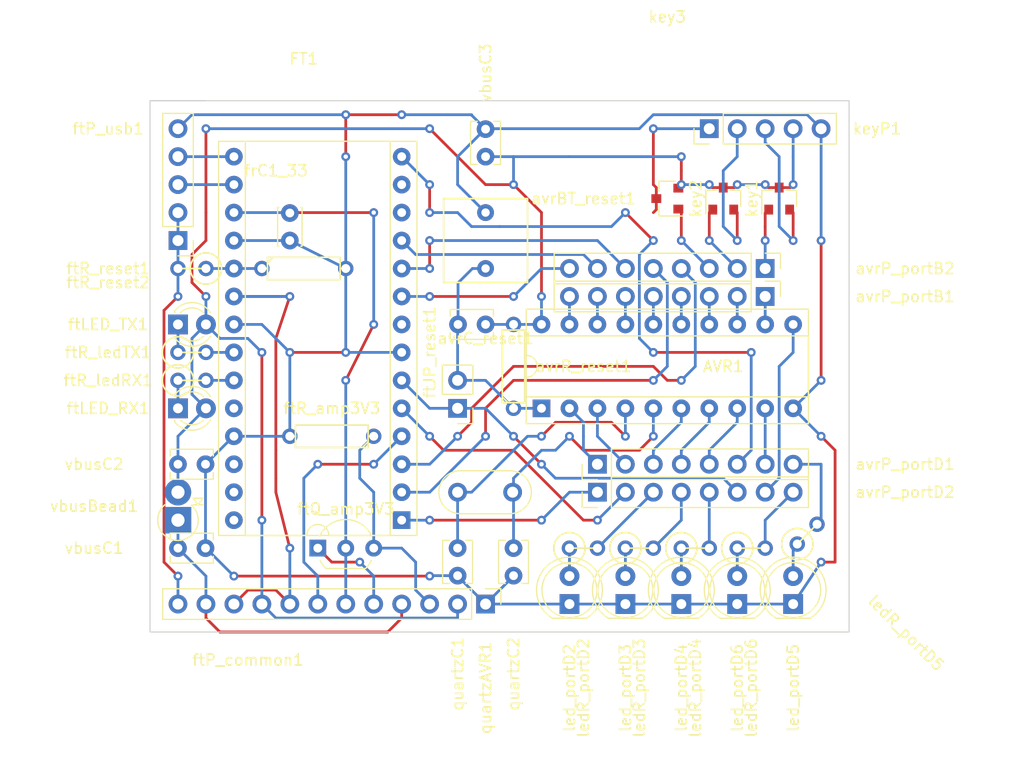
<source format=kicad_pcb>
(kicad_pcb (version 20171130) (host pcbnew 5.0.0-rc2-dev-unknown-2da7199~62~ubuntu17.10.1)

  (general
    (thickness 1.6)
    (drawings 6)
    (tracks 401)
    (zones 0)
    (modules 42)
    (nets 65)
  )

  (page A4)
  (title_block
    (title "AVRtiny2313 FT232RL")
    (date 2017-03-12)
    (rev 1)
    (company TF1)
  )

  (layers
    (0 F.Cu signal)
    (31 B.Cu signal)
    (32 B.Adhes user hide)
    (33 F.Adhes user hide)
    (34 B.Paste user hide)
    (35 F.Paste user hide)
    (36 B.SilkS user hide)
    (37 F.SilkS user)
    (38 B.Mask user hide)
    (39 F.Mask user hide)
    (40 Dwgs.User user hide)
    (41 Cmts.User user hide)
    (42 Eco1.User user hide)
    (43 Eco2.User user hide)
    (44 Edge.Cuts user)
    (45 Margin user hide)
    (46 B.CrtYd user hide)
    (47 F.CrtYd user hide)
    (48 B.Fab user hide)
    (49 F.Fab user)
  )

  (setup
    (last_trace_width 0.25)
    (trace_clearance 0.2)
    (zone_clearance 0.508)
    (zone_45_only no)
    (trace_min 0.2)
    (segment_width 0.2)
    (edge_width 0.1)
    (via_size 0.8)
    (via_drill 0.4)
    (via_min_size 0.4)
    (via_min_drill 0.3)
    (uvia_size 0.3)
    (uvia_drill 0.1)
    (uvias_allowed no)
    (uvia_min_size 0.2)
    (uvia_min_drill 0.1)
    (pcb_text_width 0.3)
    (pcb_text_size 1.5 1.5)
    (mod_edge_width 0.15)
    (mod_text_size 1 1)
    (mod_text_width 0.15)
    (pad_size 1.5 1.5)
    (pad_drill 0.6)
    (pad_to_mask_clearance 0)
    (aux_axis_origin 0 0)
    (visible_elements 7FFFFFFF)
    (pcbplotparams
      (layerselection 0x00030_ffffffff)
      (usegerberextensions false)
      (usegerberattributes false)
      (usegerberadvancedattributes false)
      (creategerberjobfile false)
      (excludeedgelayer true)
      (linewidth 0.100000)
      (plotframeref false)
      (viasonmask false)
      (mode 1)
      (useauxorigin false)
      (hpglpennumber 1)
      (hpglpenspeed 20)
      (hpglpendiameter 15)
      (psnegative false)
      (psa4output false)
      (plotreference true)
      (plotvalue true)
      (plotinvisibletext false)
      (padsonsilk false)
      (subtractmaskfromsilk false)
      (outputformat 1)
      (mirror false)
      (drillshape 1)
      (scaleselection 1)
      (outputdirectory C:/Users/Panticonur/Desktop/))
  )

  (net 0 "")
  (net 1 GND)
  (net 2 "Net-(AVR1-Pad19)")
  (net 3 "Net-(AVR1-Pad9)")
  (net 4 "Net-(AVR1-Pad18)")
  (net 5 "Net-(AVR1-Pad8)")
  (net 6 "Net-(AVR1-Pad17)")
  (net 7 "Net-(AVR1-Pad7)")
  (net 8 "Net-(AVR1-Pad16)")
  (net 9 "Net-(AVR1-Pad6)")
  (net 10 "Net-(AVR1-Pad15)")
  (net 11 "Net-(AVR1-Pad5)")
  (net 12 "Net-(AVR1-Pad14)")
  (net 13 "Net-(AVR1-Pad4)")
  (net 14 "Net-(AVR1-Pad13)")
  (net 15 "Net-(AVR1-Pad3)")
  (net 16 "Net-(AVR1-Pad12)")
  (net 17 "Net-(AVR1-Pad2)")
  (net 18 "Net-(AVR1-Pad11)")
  (net 19 /reset)
  (net 20 /SCK)
  (net 21 /MISO)
  (net 22 /MOSI)
  (net 23 "Net-(FT1-Pad2)")
  (net 24 "Net-(FT1-Pad3)")
  (net 25 "Net-(avrP_portB2-Pad3)")
  (net 26 "Net-(avrP_portB2-Pad2)")
  (net 27 "Net-(avrP_portB2-Pad1)")
  (net 28 /PWREN)
  (net 29 "Net-(avrP_portD1-Pad8)")
  (net 30 "Net-(avrP_portD2-Pad8)")
  (net 31 /resumePC)
  (net 32 "Net-(avrP_portD2-Pad5)")
  (net 33 "Net-(avrP_portD2-Pad4)")
  (net 34 "Net-(avrP_portD2-Pad3)")
  (net 35 /TXD)
  (net 36 /RXD)
  (net 37 +3V3)
  (net 38 "Net-(FT1-Pad28)")
  (net 39 "Net-(FT1-Pad27)")
  (net 40 "Net-(FT1-Pad13)")
  (net 41 "Net-(FT1-Pad26)")
  (net 42 "Net-(FT1-Pad12)")
  (net 43 "Net-(FT1-Pad23)")
  (net 44 "Net-(FT1-Pad22)")
  (net 45 /VCC_FT)
  (net 46 "Net-(FT1-Pad19)")
  (net 47 /VCCIO)
  (net 48 "Net-(FT1-Pad16)")
  (net 49 "Net-(FT1-Pad15)")
  (net 50 "Net-(ftLED_RX1-Pad1)")
  (net 51 "Net-(ftLED_TX1-Pad1)")
  (net 52 +5V)
  (net 53 "Net-(ftP_common1-Pad11)")
  (net 54 "Net-(ftP_common1-Pad5)")
  (net 55 "Net-(ftP_common1-Pad3)")
  (net 56 "Net-(key3-Pad3)")
  (net 57 "Net-(ledR_portD2-Pad1)")
  (net 58 "Net-(ledR_portD3-Pad1)")
  (net 59 "Net-(ledR_portD4-Pad1)")
  (net 60 "Net-(ledR_portD5-Pad1)")
  (net 61 "Net-(ledR_portD6-Pad1)")
  (net 62 /VCC)
  (net 63 "Net-(key2-Pad2)")
  (net 64 "Net-(key1-Pad2)")

  (net_class Default "This is the default net class."
    (clearance 0.2)
    (trace_width 0.25)
    (via_dia 0.8)
    (via_drill 0.4)
    (uvia_dia 0.3)
    (uvia_drill 0.1)
    (add_net +3V3)
    (add_net +5V)
    (add_net /MISO)
    (add_net /MOSI)
    (add_net /PWREN)
    (add_net /RXD)
    (add_net /SCK)
    (add_net /TXD)
    (add_net /VCC)
    (add_net /VCCIO)
    (add_net /VCC_FT)
    (add_net /reset)
    (add_net /resumePC)
    (add_net GND)
    (add_net "Net-(AVR1-Pad11)")
    (add_net "Net-(AVR1-Pad12)")
    (add_net "Net-(AVR1-Pad13)")
    (add_net "Net-(AVR1-Pad14)")
    (add_net "Net-(AVR1-Pad15)")
    (add_net "Net-(AVR1-Pad16)")
    (add_net "Net-(AVR1-Pad17)")
    (add_net "Net-(AVR1-Pad18)")
    (add_net "Net-(AVR1-Pad19)")
    (add_net "Net-(AVR1-Pad2)")
    (add_net "Net-(AVR1-Pad3)")
    (add_net "Net-(AVR1-Pad4)")
    (add_net "Net-(AVR1-Pad5)")
    (add_net "Net-(AVR1-Pad6)")
    (add_net "Net-(AVR1-Pad7)")
    (add_net "Net-(AVR1-Pad8)")
    (add_net "Net-(AVR1-Pad9)")
    (add_net "Net-(FT1-Pad12)")
    (add_net "Net-(FT1-Pad13)")
    (add_net "Net-(FT1-Pad15)")
    (add_net "Net-(FT1-Pad16)")
    (add_net "Net-(FT1-Pad19)")
    (add_net "Net-(FT1-Pad2)")
    (add_net "Net-(FT1-Pad22)")
    (add_net "Net-(FT1-Pad23)")
    (add_net "Net-(FT1-Pad26)")
    (add_net "Net-(FT1-Pad27)")
    (add_net "Net-(FT1-Pad28)")
    (add_net "Net-(FT1-Pad3)")
    (add_net "Net-(avrP_portB2-Pad1)")
    (add_net "Net-(avrP_portB2-Pad2)")
    (add_net "Net-(avrP_portB2-Pad3)")
    (add_net "Net-(avrP_portD1-Pad8)")
    (add_net "Net-(avrP_portD2-Pad3)")
    (add_net "Net-(avrP_portD2-Pad4)")
    (add_net "Net-(avrP_portD2-Pad5)")
    (add_net "Net-(avrP_portD2-Pad8)")
    (add_net "Net-(ftLED_RX1-Pad1)")
    (add_net "Net-(ftLED_TX1-Pad1)")
    (add_net "Net-(ftP_common1-Pad11)")
    (add_net "Net-(ftP_common1-Pad3)")
    (add_net "Net-(ftP_common1-Pad5)")
    (add_net "Net-(key1-Pad2)")
    (add_net "Net-(key2-Pad2)")
    (add_net "Net-(key3-Pad3)")
    (add_net "Net-(ledR_portD2-Pad1)")
    (add_net "Net-(ledR_portD3-Pad1)")
    (add_net "Net-(ledR_portD4-Pad1)")
    (add_net "Net-(ledR_portD5-Pad1)")
    (add_net "Net-(ledR_portD6-Pad1)")
  )

  (module TO_SOT_Packages_SMD:SOT-23 (layer F.Cu) (tedit 58CE4E7E) (tstamp 5A9D5D8B)
    (at 163.83 82.55 90)
    (descr "SOT-23, Standard")
    (tags SOT-23)
    (path /57FBF2CF)
    (attr smd)
    (fp_text reference key1 (at 0 -2.5 90) (layer F.SilkS)
      (effects (font (size 1 1) (thickness 0.15)))
    )
    (fp_text value 2N7002 (at 0 2.5 90) (layer F.Fab)
      (effects (font (size 1 1) (thickness 0.15)))
    )
    (fp_text user %R (at 0 0 180) (layer F.Fab)
      (effects (font (size 0.5 0.5) (thickness 0.075)))
    )
    (fp_line (start -0.7 -0.95) (end -0.7 1.5) (layer F.Fab) (width 0.1))
    (fp_line (start -0.15 -1.52) (end 0.7 -1.52) (layer F.Fab) (width 0.1))
    (fp_line (start -0.7 -0.95) (end -0.15 -1.52) (layer F.Fab) (width 0.1))
    (fp_line (start 0.7 -1.52) (end 0.7 1.52) (layer F.Fab) (width 0.1))
    (fp_line (start -0.7 1.52) (end 0.7 1.52) (layer F.Fab) (width 0.1))
    (fp_line (start 0.76 1.58) (end 0.76 0.65) (layer F.SilkS) (width 0.12))
    (fp_line (start 0.76 -1.58) (end 0.76 -0.65) (layer F.SilkS) (width 0.12))
    (fp_line (start -1.7 -1.75) (end 1.7 -1.75) (layer F.CrtYd) (width 0.05))
    (fp_line (start 1.7 -1.75) (end 1.7 1.75) (layer F.CrtYd) (width 0.05))
    (fp_line (start 1.7 1.75) (end -1.7 1.75) (layer F.CrtYd) (width 0.05))
    (fp_line (start -1.7 1.75) (end -1.7 -1.75) (layer F.CrtYd) (width 0.05))
    (fp_line (start 0.76 -1.58) (end -1.4 -1.58) (layer F.SilkS) (width 0.12))
    (fp_line (start 0.76 1.58) (end -0.7 1.58) (layer F.SilkS) (width 0.12))
    (pad 1 smd rect (at -1 -0.95 90) (size 0.9 0.8) (layers F.Cu F.Paste F.Mask)
      (net 27 "Net-(avrP_portB2-Pad1)"))
    (pad 2 smd rect (at -1 0.95 90) (size 0.9 0.8) (layers F.Cu F.Paste F.Mask)
      (net 64 "Net-(key1-Pad2)"))
    (pad 3 smd rect (at 1 0 90) (size 0.9 0.8) (layers F.Cu F.Paste F.Mask)
      (net 62 /VCC))
    (model ${KISYS3DMOD}/TO_SOT_Packages_SMD.3dshapes/SOT-23.wrl
      (at (xyz 0 0 0))
      (scale (xyz 1 1 1))
      (rotate (xyz 0 0 0))
    )
  )

  (module TO_SOT_Packages_SMD:SOT-23 (layer F.Cu) (tedit 58CE4E7E) (tstamp 5A9D5D76)
    (at 158.75 82.55 90)
    (descr "SOT-23, Standard")
    (tags SOT-23)
    (path /57FBE53C)
    (attr smd)
    (fp_text reference key2 (at 0 -2.5 90) (layer F.SilkS)
      (effects (font (size 1 1) (thickness 0.15)))
    )
    (fp_text value BSS123 (at 0 2.5 90) (layer F.Fab)
      (effects (font (size 1 1) (thickness 0.15)))
    )
    (fp_line (start 0.76 1.58) (end -0.7 1.58) (layer F.SilkS) (width 0.12))
    (fp_line (start 0.76 -1.58) (end -1.4 -1.58) (layer F.SilkS) (width 0.12))
    (fp_line (start -1.7 1.75) (end -1.7 -1.75) (layer F.CrtYd) (width 0.05))
    (fp_line (start 1.7 1.75) (end -1.7 1.75) (layer F.CrtYd) (width 0.05))
    (fp_line (start 1.7 -1.75) (end 1.7 1.75) (layer F.CrtYd) (width 0.05))
    (fp_line (start -1.7 -1.75) (end 1.7 -1.75) (layer F.CrtYd) (width 0.05))
    (fp_line (start 0.76 -1.58) (end 0.76 -0.65) (layer F.SilkS) (width 0.12))
    (fp_line (start 0.76 1.58) (end 0.76 0.65) (layer F.SilkS) (width 0.12))
    (fp_line (start -0.7 1.52) (end 0.7 1.52) (layer F.Fab) (width 0.1))
    (fp_line (start 0.7 -1.52) (end 0.7 1.52) (layer F.Fab) (width 0.1))
    (fp_line (start -0.7 -0.95) (end -0.15 -1.52) (layer F.Fab) (width 0.1))
    (fp_line (start -0.15 -1.52) (end 0.7 -1.52) (layer F.Fab) (width 0.1))
    (fp_line (start -0.7 -0.95) (end -0.7 1.5) (layer F.Fab) (width 0.1))
    (fp_text user %R (at 0 0 180) (layer F.Fab)
      (effects (font (size 0.5 0.5) (thickness 0.075)))
    )
    (pad 3 smd rect (at 1 0 90) (size 0.9 0.8) (layers F.Cu F.Paste F.Mask)
      (net 62 /VCC))
    (pad 2 smd rect (at -1 0.95 90) (size 0.9 0.8) (layers F.Cu F.Paste F.Mask)
      (net 63 "Net-(key2-Pad2)"))
    (pad 1 smd rect (at -1 -0.95 90) (size 0.9 0.8) (layers F.Cu F.Paste F.Mask)
      (net 26 "Net-(avrP_portB2-Pad2)"))
    (model ${KISYS3DMOD}/TO_SOT_Packages_SMD.3dshapes/SOT-23.wrl
      (at (xyz 0 0 0))
      (scale (xyz 1 1 1))
      (rotate (xyz 0 0 0))
    )
  )

  (module TO_SOT_Packages_THT:TO-92_Inline_Wide (layer F.Cu) (tedit 58CE52AF) (tstamp 5A9D5D3D)
    (at 121.92 114.3)
    (descr "TO-92 leads in-line, wide, drill 0.8mm (see NXP sot054_po.pdf)")
    (tags "to-92 sc-43 sc-43a sot54 PA33 transistor")
    (path /5878395A)
    (fp_text reference ftQ_amp3V3 (at 2.54 -3.56 180) (layer F.SilkS)
      (effects (font (size 1 1) (thickness 0.15)))
    )
    (fp_text value BC337-16 (at 2.54 2.79) (layer F.Fab)
      (effects (font (size 1 1) (thickness 0.15)))
    )
    (fp_arc (start 2.54 0) (end 4.34 1.85) (angle -20) (layer F.SilkS) (width 0.12))
    (fp_arc (start 2.54 0) (end 2.54 -2.48) (angle -135) (layer F.Fab) (width 0.1))
    (fp_arc (start 2.54 0) (end 2.54 -2.48) (angle 135) (layer F.Fab) (width 0.1))
    (fp_arc (start 2.54 0) (end 2.54 -2.6) (angle 65) (layer F.SilkS) (width 0.12))
    (fp_arc (start 2.54 0) (end 2.54 -2.6) (angle -65) (layer F.SilkS) (width 0.12))
    (fp_arc (start 2.54 0) (end 0.74 1.85) (angle 20) (layer F.SilkS) (width 0.12))
    (fp_line (start 6.09 2.01) (end -1.01 2.01) (layer F.CrtYd) (width 0.05))
    (fp_line (start 6.09 2.01) (end 6.09 -2.73) (layer F.CrtYd) (width 0.05))
    (fp_line (start -1.01 -2.73) (end -1.01 2.01) (layer F.CrtYd) (width 0.05))
    (fp_line (start -1.01 -2.73) (end 6.09 -2.73) (layer F.CrtYd) (width 0.05))
    (fp_line (start 0.8 1.75) (end 4.3 1.75) (layer F.Fab) (width 0.1))
    (fp_line (start 0.74 1.85) (end 4.34 1.85) (layer F.SilkS) (width 0.12))
    (fp_text user %R (at 2.54 -3.56 180) (layer F.Fab)
      (effects (font (size 1 1) (thickness 0.15)))
    )
    (pad 1 thru_hole rect (at 0 0 90) (size 1.52 1.52) (drill 0.8) (layers *.Cu *.Mask)
      (net 54 "Net-(ftP_common1-Pad5)"))
    (pad 3 thru_hole circle (at 5.08 0 90) (size 1.52 1.52) (drill 0.8) (layers *.Cu *.Mask)
      (net 55 "Net-(ftP_common1-Pad3)"))
    (pad 2 thru_hole circle (at 2.54 0 90) (size 1.52 1.52) (drill 0.8) (layers *.Cu *.Mask)
      (net 37 +3V3))
    (model ${KISYS3DMOD}/TO_SOT_Packages_THT.3dshapes/TO-92_Inline_Wide.wrl
      (offset (xyz 2.539999961853027 0 0))
      (scale (xyz 1 1 1))
      (rotate (xyz 0 0 -90))
    )
  )

  (module Discret:R3 (layer F.Cu) (tedit 58BBCFC3) (tstamp 588528F1)
    (at 120.65 88.9)
    (descr "Resitance 3 pas")
    (tags R)
    (path /587B9253)
    (fp_text reference ftR_reset2 (at -17.78 1.27) (layer F.SilkS)
      (effects (font (size 1 1) (thickness 0.15)))
    )
    (fp_text value 10k (at -25.4 1.27) (layer F.Fab)
      (effects (font (size 1 1) (thickness 0.15)))
    )
    (fp_line (start -3.81 0) (end -3.302 0) (layer F.SilkS) (width 0.15))
    (fp_line (start 3.81 0) (end 3.302 0) (layer F.SilkS) (width 0.15))
    (fp_line (start 3.302 0) (end 3.302 -1.016) (layer F.SilkS) (width 0.15))
    (fp_line (start 3.302 -1.016) (end -3.302 -1.016) (layer F.SilkS) (width 0.15))
    (fp_line (start -3.302 -1.016) (end -3.302 1.016) (layer F.SilkS) (width 0.15))
    (fp_line (start -3.302 1.016) (end 3.302 1.016) (layer F.SilkS) (width 0.15))
    (fp_line (start 3.302 1.016) (end 3.302 0) (layer F.SilkS) (width 0.15))
    (fp_line (start -3.302 -0.508) (end -2.794 -1.016) (layer F.SilkS) (width 0.15))
    (pad 1 thru_hole circle (at -3.81 0) (size 1.397 1.397) (drill 0.8128) (layers *.Cu *.Mask)
      (net 46 "Net-(FT1-Pad19)"))
    (pad 2 thru_hole circle (at 3.81 0) (size 1.397 1.397) (drill 0.8128) (layers *.Cu *.Mask)
      (net 1 GND))
    (model Discret.3dshapes/R3.wrl
      (at (xyz 0 0 0))
      (scale (xyz 0.3 0.3 0.3))
      (rotate (xyz 0 0 0))
    )
  )

  (module Housings_DIP:DIP-28_W15.24mm_Socket (layer F.Cu) (tedit 58C10A62) (tstamp 588528A8)
    (at 129.54 111.76 180)
    (descr "28-lead dip package, row spacing 15.24 mm (600 mils), Socket")
    (tags "DIL DIP PDIP 2.54mm 15.24mm 600mil Socket")
    (path /58807094)
    (fp_text reference FT1 (at 8.89 41.91 180) (layer F.SilkS)
      (effects (font (size 1 1) (thickness 0.15)))
    )
    (fp_text value FT232RL_pnt (at 8.89 39.37) (layer F.Fab)
      (effects (font (size 1 1) (thickness 0.15)))
    )
    (fp_arc (start 7.62 -1.39) (end 6.62 -1.39) (angle -180) (layer F.SilkS) (width 0.12))
    (fp_line (start 1.255 -1.27) (end 14.985 -1.27) (layer F.Fab) (width 0.1))
    (fp_line (start 14.985 -1.27) (end 14.985 34.29) (layer F.Fab) (width 0.1))
    (fp_line (start 14.985 34.29) (end 0.255 34.29) (layer F.Fab) (width 0.1))
    (fp_line (start 0.255 34.29) (end 0.255 -0.27) (layer F.Fab) (width 0.1))
    (fp_line (start 0.255 -0.27) (end 1.255 -1.27) (layer F.Fab) (width 0.1))
    (fp_line (start -1.27 -1.27) (end -1.27 34.29) (layer F.Fab) (width 0.1))
    (fp_line (start -1.27 34.29) (end 16.51 34.29) (layer F.Fab) (width 0.1))
    (fp_line (start 16.51 34.29) (end 16.51 -1.27) (layer F.Fab) (width 0.1))
    (fp_line (start 16.51 -1.27) (end -1.27 -1.27) (layer F.Fab) (width 0.1))
    (fp_line (start 6.62 -1.39) (end 1.04 -1.39) (layer F.SilkS) (width 0.12))
    (fp_line (start 1.04 -1.39) (end 1.04 34.41) (layer F.SilkS) (width 0.12))
    (fp_line (start 1.04 34.41) (end 14.2 34.41) (layer F.SilkS) (width 0.12))
    (fp_line (start 14.2 34.41) (end 14.2 -1.39) (layer F.SilkS) (width 0.12))
    (fp_line (start 14.2 -1.39) (end 8.62 -1.39) (layer F.SilkS) (width 0.12))
    (fp_line (start -1.39 -1.39) (end -1.39 34.41) (layer F.SilkS) (width 0.12))
    (fp_line (start -1.39 34.41) (end 16.63 34.41) (layer F.SilkS) (width 0.12))
    (fp_line (start 16.63 34.41) (end 16.63 -1.39) (layer F.SilkS) (width 0.12))
    (fp_line (start 16.63 -1.39) (end -1.39 -1.39) (layer F.SilkS) (width 0.12))
    (fp_line (start -1.7 -1.7) (end -1.7 34.7) (layer F.CrtYd) (width 0.05))
    (fp_line (start -1.7 34.7) (end 16.9 34.7) (layer F.CrtYd) (width 0.05))
    (fp_line (start 16.9 34.7) (end 16.9 -1.7) (layer F.CrtYd) (width 0.05))
    (fp_line (start 16.9 -1.7) (end -1.7 -1.7) (layer F.CrtYd) (width 0.05))
    (pad 1 thru_hole rect (at 0 0 180) (size 1.6 1.6) (drill 0.8) (layers *.Cu *.Mask)
      (net 36 /RXD))
    (pad 15 thru_hole oval (at 15.24 33.02 180) (size 1.6 1.6) (drill 0.8) (layers *.Cu *.Mask)
      (net 49 "Net-(FT1-Pad15)"))
    (pad 2 thru_hole oval (at 0 2.54 180) (size 1.6 1.6) (drill 0.8) (layers *.Cu *.Mask)
      (net 23 "Net-(FT1-Pad2)"))
    (pad 16 thru_hole oval (at 15.24 30.48 180) (size 1.6 1.6) (drill 0.8) (layers *.Cu *.Mask)
      (net 48 "Net-(FT1-Pad16)"))
    (pad 3 thru_hole oval (at 0 5.08 180) (size 1.6 1.6) (drill 0.8) (layers *.Cu *.Mask)
      (net 24 "Net-(FT1-Pad3)"))
    (pad 17 thru_hole oval (at 15.24 27.94 180) (size 1.6 1.6) (drill 0.8) (layers *.Cu *.Mask)
      (net 37 +3V3))
    (pad 4 thru_hole oval (at 0 7.62 180) (size 1.6 1.6) (drill 0.8) (layers *.Cu *.Mask)
      (net 47 /VCCIO))
    (pad 18 thru_hole oval (at 15.24 25.4 180) (size 1.6 1.6) (drill 0.8) (layers *.Cu *.Mask)
      (net 1 GND))
    (pad 5 thru_hole oval (at 0 10.16 180) (size 1.6 1.6) (drill 0.8) (layers *.Cu *.Mask)
      (net 35 /TXD))
    (pad 19 thru_hole oval (at 15.24 22.86 180) (size 1.6 1.6) (drill 0.8) (layers *.Cu *.Mask)
      (net 46 "Net-(FT1-Pad19)"))
    (pad 6 thru_hole oval (at 0 12.7 180) (size 1.6 1.6) (drill 0.8) (layers *.Cu *.Mask)
      (net 31 /resumePC))
    (pad 20 thru_hole oval (at 15.24 20.32 180) (size 1.6 1.6) (drill 0.8) (layers *.Cu *.Mask)
      (net 45 /VCC_FT))
    (pad 7 thru_hole oval (at 0 15.24 180) (size 1.6 1.6) (drill 0.8) (layers *.Cu *.Mask)
      (net 1 GND))
    (pad 21 thru_hole oval (at 15.24 17.78 180) (size 1.6 1.6) (drill 0.8) (layers *.Cu *.Mask)
      (net 1 GND))
    (pad 8 thru_hole oval (at 0 17.78 180) (size 1.6 1.6) (drill 0.8) (layers *.Cu *.Mask))
    (pad 22 thru_hole oval (at 15.24 15.24 180) (size 1.6 1.6) (drill 0.8) (layers *.Cu *.Mask)
      (net 44 "Net-(FT1-Pad22)"))
    (pad 9 thru_hole oval (at 0 20.32 180) (size 1.6 1.6) (drill 0.8) (layers *.Cu *.Mask)
      (net 20 /SCK))
    (pad 23 thru_hole oval (at 15.24 12.7 180) (size 1.6 1.6) (drill 0.8) (layers *.Cu *.Mask)
      (net 43 "Net-(FT1-Pad23)"))
    (pad 10 thru_hole oval (at 0 22.86 180) (size 1.6 1.6) (drill 0.8) (layers *.Cu *.Mask)
      (net 22 /MOSI))
    (pad 24 thru_hole oval (at 15.24 10.16 180) (size 1.6 1.6) (drill 0.8) (layers *.Cu *.Mask))
    (pad 11 thru_hole oval (at 0 25.4 180) (size 1.6 1.6) (drill 0.8) (layers *.Cu *.Mask)
      (net 21 /MISO))
    (pad 25 thru_hole oval (at 15.24 7.62 180) (size 1.6 1.6) (drill 0.8) (layers *.Cu *.Mask)
      (net 1 GND))
    (pad 12 thru_hole oval (at 0 27.94 180) (size 1.6 1.6) (drill 0.8) (layers *.Cu *.Mask)
      (net 42 "Net-(FT1-Pad12)"))
    (pad 26 thru_hole oval (at 15.24 5.08 180) (size 1.6 1.6) (drill 0.8) (layers *.Cu *.Mask)
      (net 41 "Net-(FT1-Pad26)"))
    (pad 13 thru_hole oval (at 0 30.48 180) (size 1.6 1.6) (drill 0.8) (layers *.Cu *.Mask)
      (net 40 "Net-(FT1-Pad13)"))
    (pad 27 thru_hole oval (at 15.24 2.54 180) (size 1.6 1.6) (drill 0.8) (layers *.Cu *.Mask)
      (net 39 "Net-(FT1-Pad27)"))
    (pad 14 thru_hole oval (at 0 33.02 180) (size 1.6 1.6) (drill 0.8) (layers *.Cu *.Mask)
      (net 28 /PWREN))
    (pad 28 thru_hole oval (at 15.24 0 180) (size 1.6 1.6) (drill 0.8) (layers *.Cu *.Mask)
      (net 38 "Net-(FT1-Pad28)"))
    (model Housings_DIP.3dshapes/DIP-28_W15.24mm_Socket.wrl
      (at (xyz 0 0 0))
      (scale (xyz 1 1 1))
      (rotate (xyz 0 0 0))
    )
  )

  (module Discret:R1 (layer F.Cu) (tedit 58B1E289) (tstamp 588528E5)
    (at 110.49 96.52)
    (descr "Resistance verticale")
    (tags R)
    (path /57FBBB28)
    (fp_text reference ftR_ledTX1 (at -7.62 0) (layer F.SilkS)
      (effects (font (size 1 1) (thickness 0.15)))
    )
    (fp_text value 180 (at -15.24 0) (layer F.Fab)
      (effects (font (size 1 1) (thickness 0.15)))
    )
    (fp_line (start -1.27 0) (end 1.27 0) (layer F.SilkS) (width 0.15))
    (fp_circle (center -1.27 0) (end -0.635 1.27) (layer F.SilkS) (width 0.15))
    (pad 1 thru_hole circle (at -1.27 0) (size 1.397 1.397) (drill 0.8128) (layers *.Cu *.Mask)
      (net 51 "Net-(ftLED_TX1-Pad1)"))
    (pad 2 thru_hole circle (at 1.27 0) (size 1.397 1.397) (drill 0.8128) (layers *.Cu *.Mask)
      (net 44 "Net-(FT1-Pad22)"))
    (model Discret.3dshapes/R1.wrl
      (at (xyz 0 0 0))
      (scale (xyz 1 1 1))
      (rotate (xyz 0 0 0))
    )
  )

  (module Capacitors_THT:C_Disc_D3.4mm_W2.1mm_P2.50mm (layer F.Cu) (tedit 58B1E3CB) (tstamp 58852888)
    (at 119.38 86.36 90)
    (descr "C, Disc series, Radial, pin pitch=2.50mm, , diameter*width=3.4*2.1mm^2, Capacitor, http://www.vishay.com/docs/45233/krseries.pdf")
    (tags "C Disc series Radial pin pitch 2.50mm  diameter 3.4mm width 2.1mm Capacitor")
    (path /5876B8A4)
    (fp_text reference frC1_33 (at 6.35 -1.27 180) (layer F.SilkS)
      (effects (font (size 1 1) (thickness 0.15)))
    )
    (fp_text value 100n (at 5.08 -1.27 180) (layer F.Fab)
      (effects (font (size 1 1) (thickness 0.15)))
    )
    (fp_line (start -0.45 -1.05) (end -0.45 1.05) (layer F.Fab) (width 0.1))
    (fp_line (start -0.45 1.05) (end 2.95 1.05) (layer F.Fab) (width 0.1))
    (fp_line (start 2.95 1.05) (end 2.95 -1.05) (layer F.Fab) (width 0.1))
    (fp_line (start 2.95 -1.05) (end -0.45 -1.05) (layer F.Fab) (width 0.1))
    (fp_line (start -0.51 -1.11) (end 3.01 -1.11) (layer F.SilkS) (width 0.12))
    (fp_line (start -0.51 1.11) (end 3.01 1.11) (layer F.SilkS) (width 0.12))
    (fp_line (start -0.51 -1.11) (end -0.51 -0.996) (layer F.SilkS) (width 0.12))
    (fp_line (start -0.51 0.996) (end -0.51 1.11) (layer F.SilkS) (width 0.12))
    (fp_line (start 3.01 -1.11) (end 3.01 -0.996) (layer F.SilkS) (width 0.12))
    (fp_line (start 3.01 0.996) (end 3.01 1.11) (layer F.SilkS) (width 0.12))
    (fp_line (start -1.05 -1.4) (end -1.05 1.4) (layer F.CrtYd) (width 0.05))
    (fp_line (start -1.05 1.4) (end 3.55 1.4) (layer F.CrtYd) (width 0.05))
    (fp_line (start 3.55 1.4) (end 3.55 -1.4) (layer F.CrtYd) (width 0.05))
    (fp_line (start 3.55 -1.4) (end -1.05 -1.4) (layer F.CrtYd) (width 0.05))
    (pad 1 thru_hole circle (at 0 0 90) (size 1.6 1.6) (drill 0.8) (layers *.Cu *.Mask)
      (net 1 GND))
    (pad 2 thru_hole circle (at 2.5 0 90) (size 1.6 1.6) (drill 0.8) (layers *.Cu *.Mask)
      (net 37 +3V3))
    (model Capacitors_ThroughHole.3dshapes/C_Disc_D3.4mm_W2.1mm_P2.50mm.wrl
      (at (xyz 0 0 0))
      (scale (xyz 0.393701 0.393701 0.393701))
      (rotate (xyz 0 0 0))
    )
  )

  (module Discret:R3 (layer F.Cu) (tedit 58B1E3D8) (tstamp 588528DF)
    (at 123.19 104.14 180)
    (descr "Resitance 3 pas")
    (tags R)
    (path /58825D23)
    (fp_text reference ftR_amp3V3 (at 0 2.54 180) (layer F.SilkS)
      (effects (font (size 1 1) (thickness 0.15)))
    )
    (fp_text value 22k (at 1.27 0 180) (layer F.Fab)
      (effects (font (size 1 1) (thickness 0.15)))
    )
    (fp_line (start -3.81 0) (end -3.302 0) (layer F.SilkS) (width 0.15))
    (fp_line (start 3.81 0) (end 3.302 0) (layer F.SilkS) (width 0.15))
    (fp_line (start 3.302 0) (end 3.302 -1.016) (layer F.SilkS) (width 0.15))
    (fp_line (start 3.302 -1.016) (end -3.302 -1.016) (layer F.SilkS) (width 0.15))
    (fp_line (start -3.302 -1.016) (end -3.302 1.016) (layer F.SilkS) (width 0.15))
    (fp_line (start -3.302 1.016) (end 3.302 1.016) (layer F.SilkS) (width 0.15))
    (fp_line (start 3.302 1.016) (end 3.302 0) (layer F.SilkS) (width 0.15))
    (fp_line (start -3.302 -0.508) (end -2.794 -1.016) (layer F.SilkS) (width 0.15))
    (pad 1 thru_hole circle (at -3.81 0 180) (size 1.397 1.397) (drill 0.8128) (layers *.Cu *.Mask)
      (net 55 "Net-(ftP_common1-Pad3)"))
    (pad 2 thru_hole circle (at 3.81 0 180) (size 1.397 1.397) (drill 0.8128) (layers *.Cu *.Mask)
      (net 1 GND))
    (model Discret.3dshapes/R3.wrl
      (at (xyz 0 0 0))
      (scale (xyz 0.3 0.3 0.3))
      (rotate (xyz 0 0 0))
    )
  )

  (module Discret:R3 (layer F.Cu) (tedit 58B1E437) (tstamp 58852882)
    (at 139.7 97.79 90)
    (descr "Resitance 3 pas")
    (tags R)
    (path /57FD5CE8)
    (fp_text reference avrR_reset1 (at 0 6.35) (layer F.SilkS)
      (effects (font (size 1 1) (thickness 0.15)))
    )
    (fp_text value 10k (at 0 0.127 90) (layer F.Fab)
      (effects (font (size 1 1) (thickness 0.15)))
    )
    (fp_line (start -3.81 0) (end -3.302 0) (layer F.SilkS) (width 0.15))
    (fp_line (start 3.81 0) (end 3.302 0) (layer F.SilkS) (width 0.15))
    (fp_line (start 3.302 0) (end 3.302 -1.016) (layer F.SilkS) (width 0.15))
    (fp_line (start 3.302 -1.016) (end -3.302 -1.016) (layer F.SilkS) (width 0.15))
    (fp_line (start -3.302 -1.016) (end -3.302 1.016) (layer F.SilkS) (width 0.15))
    (fp_line (start -3.302 1.016) (end 3.302 1.016) (layer F.SilkS) (width 0.15))
    (fp_line (start 3.302 1.016) (end 3.302 0) (layer F.SilkS) (width 0.15))
    (fp_line (start -3.302 -0.508) (end -2.794 -1.016) (layer F.SilkS) (width 0.15))
    (pad 1 thru_hole circle (at -3.81 0 90) (size 1.397 1.397) (drill 0.8128) (layers *.Cu *.Mask)
      (net 19 /reset))
    (pad 2 thru_hole circle (at 3.81 0 90) (size 1.397 1.397) (drill 0.8128) (layers *.Cu *.Mask)
      (net 62 /VCC))
    (model Discret.3dshapes/R3.wrl
      (at (xyz 0 0 0))
      (scale (xyz 0.3 0.3 0.3))
      (rotate (xyz 0 0 0))
    )
  )

  (module Housings_DIP:DIP-20_W7.62mm_Socket (layer F.Cu) (tedit 58B1E32D) (tstamp 5885283C)
    (at 142.24 101.6 90)
    (descr "20-lead dip package, row spacing 7.62 mm (300 mils), Socket")
    (tags "DIL DIP PDIP 2.54mm 7.62mm 300mil Socket")
    (path /5876B326)
    (fp_text reference AVR1 (at 3.81 16.51 180) (layer F.SilkS)
      (effects (font (size 1 1) (thickness 0.15)))
    )
    (fp_text value ATTINY2313-20PU (at 3.81 36.83 180) (layer F.Fab)
      (effects (font (size 1 1) (thickness 0.15)))
    )
    (fp_arc (start 3.81 -1.39) (end 2.81 -1.39) (angle -180) (layer F.SilkS) (width 0.12))
    (fp_line (start 1.635 -1.27) (end 6.985 -1.27) (layer F.Fab) (width 0.1))
    (fp_line (start 6.985 -1.27) (end 6.985 24.13) (layer F.Fab) (width 0.1))
    (fp_line (start 6.985 24.13) (end 0.635 24.13) (layer F.Fab) (width 0.1))
    (fp_line (start 0.635 24.13) (end 0.635 -0.27) (layer F.Fab) (width 0.1))
    (fp_line (start 0.635 -0.27) (end 1.635 -1.27) (layer F.Fab) (width 0.1))
    (fp_line (start -1.27 -1.27) (end -1.27 24.13) (layer F.Fab) (width 0.1))
    (fp_line (start -1.27 24.13) (end 8.89 24.13) (layer F.Fab) (width 0.1))
    (fp_line (start 8.89 24.13) (end 8.89 -1.27) (layer F.Fab) (width 0.1))
    (fp_line (start 8.89 -1.27) (end -1.27 -1.27) (layer F.Fab) (width 0.1))
    (fp_line (start 2.81 -1.39) (end 1.04 -1.39) (layer F.SilkS) (width 0.12))
    (fp_line (start 1.04 -1.39) (end 1.04 24.25) (layer F.SilkS) (width 0.12))
    (fp_line (start 1.04 24.25) (end 6.58 24.25) (layer F.SilkS) (width 0.12))
    (fp_line (start 6.58 24.25) (end 6.58 -1.39) (layer F.SilkS) (width 0.12))
    (fp_line (start 6.58 -1.39) (end 4.81 -1.39) (layer F.SilkS) (width 0.12))
    (fp_line (start -1.39 -1.39) (end -1.39 24.25) (layer F.SilkS) (width 0.12))
    (fp_line (start -1.39 24.25) (end 9.01 24.25) (layer F.SilkS) (width 0.12))
    (fp_line (start 9.01 24.25) (end 9.01 -1.39) (layer F.SilkS) (width 0.12))
    (fp_line (start 9.01 -1.39) (end -1.39 -1.39) (layer F.SilkS) (width 0.12))
    (fp_line (start -1.7 -1.7) (end -1.7 24.5) (layer F.CrtYd) (width 0.05))
    (fp_line (start -1.7 24.5) (end 9.3 24.5) (layer F.CrtYd) (width 0.05))
    (fp_line (start 9.3 24.5) (end 9.3 -1.7) (layer F.CrtYd) (width 0.05))
    (fp_line (start 9.3 -1.7) (end -1.7 -1.7) (layer F.CrtYd) (width 0.05))
    (pad 1 thru_hole rect (at 0 0 90) (size 1.6 1.6) (drill 0.8) (layers *.Cu *.Mask)
      (net 19 /reset))
    (pad 11 thru_hole oval (at 7.62 22.86 90) (size 1.6 1.6) (drill 0.8) (layers *.Cu *.Mask)
      (net 18 "Net-(AVR1-Pad11)"))
    (pad 2 thru_hole oval (at 0 2.54 90) (size 1.6 1.6) (drill 0.8) (layers *.Cu *.Mask)
      (net 17 "Net-(AVR1-Pad2)"))
    (pad 12 thru_hole oval (at 7.62 20.32 90) (size 1.6 1.6) (drill 0.8) (layers *.Cu *.Mask)
      (net 16 "Net-(AVR1-Pad12)"))
    (pad 3 thru_hole oval (at 0 5.08 90) (size 1.6 1.6) (drill 0.8) (layers *.Cu *.Mask)
      (net 15 "Net-(AVR1-Pad3)"))
    (pad 13 thru_hole oval (at 7.62 17.78 90) (size 1.6 1.6) (drill 0.8) (layers *.Cu *.Mask)
      (net 14 "Net-(AVR1-Pad13)"))
    (pad 4 thru_hole oval (at 0 7.62 90) (size 1.6 1.6) (drill 0.8) (layers *.Cu *.Mask)
      (net 13 "Net-(AVR1-Pad4)"))
    (pad 14 thru_hole oval (at 7.62 15.24 90) (size 1.6 1.6) (drill 0.8) (layers *.Cu *.Mask)
      (net 12 "Net-(AVR1-Pad14)"))
    (pad 5 thru_hole oval (at 0 10.16 90) (size 1.6 1.6) (drill 0.8) (layers *.Cu *.Mask)
      (net 11 "Net-(AVR1-Pad5)"))
    (pad 15 thru_hole oval (at 7.62 12.7 90) (size 1.6 1.6) (drill 0.8) (layers *.Cu *.Mask)
      (net 10 "Net-(AVR1-Pad15)"))
    (pad 6 thru_hole oval (at 0 12.7 90) (size 1.6 1.6) (drill 0.8) (layers *.Cu *.Mask)
      (net 9 "Net-(AVR1-Pad6)"))
    (pad 16 thru_hole oval (at 7.62 10.16 90) (size 1.6 1.6) (drill 0.8) (layers *.Cu *.Mask)
      (net 8 "Net-(AVR1-Pad16)"))
    (pad 7 thru_hole oval (at 0 15.24 90) (size 1.6 1.6) (drill 0.8) (layers *.Cu *.Mask)
      (net 7 "Net-(AVR1-Pad7)"))
    (pad 17 thru_hole oval (at 7.62 7.62 90) (size 1.6 1.6) (drill 0.8) (layers *.Cu *.Mask)
      (net 6 "Net-(AVR1-Pad17)"))
    (pad 8 thru_hole oval (at 0 17.78 90) (size 1.6 1.6) (drill 0.8) (layers *.Cu *.Mask)
      (net 5 "Net-(AVR1-Pad8)"))
    (pad 18 thru_hole oval (at 7.62 5.08 90) (size 1.6 1.6) (drill 0.8) (layers *.Cu *.Mask)
      (net 4 "Net-(AVR1-Pad18)"))
    (pad 9 thru_hole oval (at 0 20.32 90) (size 1.6 1.6) (drill 0.8) (layers *.Cu *.Mask)
      (net 3 "Net-(AVR1-Pad9)"))
    (pad 19 thru_hole oval (at 7.62 2.54 90) (size 1.6 1.6) (drill 0.8) (layers *.Cu *.Mask)
      (net 2 "Net-(AVR1-Pad19)"))
    (pad 10 thru_hole oval (at 0 22.86 90) (size 1.6 1.6) (drill 0.8) (layers *.Cu *.Mask)
      (net 1 GND))
    (pad 20 thru_hole oval (at 7.62 0 90) (size 1.6 1.6) (drill 0.8) (layers *.Cu *.Mask)
      (net 62 /VCC))
    (model Housings_DIP.3dshapes/DIP-20_W7.62mm_Socket.wrl
      (at (xyz 0 0 0))
      (scale (xyz 1 1 1))
      (rotate (xyz 0 0 0))
    )
  )

  (module Discret:R1 (layer F.Cu) (tedit 58B1E2F1) (tstamp 5885291B)
    (at 146.05 114.3)
    (descr "Resistance verticale")
    (tags R)
    (path /57FBD3AC)
    (fp_text reference ledR_portD2 (at 0 12.7 90) (layer F.SilkS)
      (effects (font (size 1 1) (thickness 0.15)))
    )
    (fp_text value 390 (at 0 19.05) (layer F.Fab)
      (effects (font (size 1 1) (thickness 0.15)))
    )
    (fp_circle (center -1.27 0) (end -0.635 1.27) (layer F.SilkS) (width 0.15))
    (fp_line (start -1.27 0) (end 1.27 0) (layer F.SilkS) (width 0.15))
    (pad 2 thru_hole circle (at 1.27 0) (size 1.397 1.397) (drill 0.8128) (layers *.Cu *.Mask)
      (net 34 "Net-(avrP_portD2-Pad3)"))
    (pad 1 thru_hole circle (at -1.27 0) (size 1.397 1.397) (drill 0.8128) (layers *.Cu *.Mask)
      (net 57 "Net-(ledR_portD2-Pad1)"))
    (model Discret.3dshapes/R1.wrl
      (at (xyz 0 0 0))
      (scale (xyz 1 1 1))
      (rotate (xyz 0 0 0))
    )
  )

  (module Pin_Headers:Pin_Header_Straight_1x08_Pitch2.54mm (layer F.Cu) (tedit 58B1E509) (tstamp 5885287C)
    (at 147.32 109.22 90)
    (descr "Through hole straight pin header, 1x08, 2.54mm pitch, single row")
    (tags "Through hole pin header THT 1x08 2.54mm single row")
    (path /587C0E18)
    (fp_text reference avrP_portD2 (at 0 27.94 180) (layer F.SilkS)
      (effects (font (size 1 1) (thickness 0.15)))
    )
    (fp_text value CONN_01X08 (at 0 40.64 180) (layer F.Fab) hide
      (effects (font (size 1 1) (thickness 0.15)))
    )
    (fp_line (start -1.27 -1.27) (end -1.27 19.05) (layer F.Fab) (width 0.1))
    (fp_line (start -1.27 19.05) (end 1.27 19.05) (layer F.Fab) (width 0.1))
    (fp_line (start 1.27 19.05) (end 1.27 -1.27) (layer F.Fab) (width 0.1))
    (fp_line (start 1.27 -1.27) (end -1.27 -1.27) (layer F.Fab) (width 0.1))
    (fp_line (start -1.39 1.27) (end -1.39 19.17) (layer F.SilkS) (width 0.12))
    (fp_line (start -1.39 19.17) (end 1.39 19.17) (layer F.SilkS) (width 0.12))
    (fp_line (start 1.39 19.17) (end 1.39 1.27) (layer F.SilkS) (width 0.12))
    (fp_line (start 1.39 1.27) (end -1.39 1.27) (layer F.SilkS) (width 0.12))
    (fp_line (start -1.39 0) (end -1.39 -1.39) (layer F.SilkS) (width 0.12))
    (fp_line (start -1.39 -1.39) (end 0 -1.39) (layer F.SilkS) (width 0.12))
    (fp_line (start -1.6 -1.6) (end -1.6 19.3) (layer F.CrtYd) (width 0.05))
    (fp_line (start -1.6 19.3) (end 1.6 19.3) (layer F.CrtYd) (width 0.05))
    (fp_line (start 1.6 19.3) (end 1.6 -1.6) (layer F.CrtYd) (width 0.05))
    (fp_line (start 1.6 -1.6) (end -1.6 -1.6) (layer F.CrtYd) (width 0.05))
    (pad 1 thru_hole rect (at 0 0 90) (size 1.7 1.7) (drill 1) (layers *.Cu *.Mask)
      (net 36 /RXD))
    (pad 2 thru_hole oval (at 0 2.54 90) (size 1.7 1.7) (drill 1) (layers *.Cu *.Mask)
      (net 35 /TXD))
    (pad 3 thru_hole oval (at 0 5.08 90) (size 1.7 1.7) (drill 1) (layers *.Cu *.Mask)
      (net 34 "Net-(avrP_portD2-Pad3)"))
    (pad 4 thru_hole oval (at 0 7.62 90) (size 1.7 1.7) (drill 1) (layers *.Cu *.Mask)
      (net 33 "Net-(avrP_portD2-Pad4)"))
    (pad 5 thru_hole oval (at 0 10.16 90) (size 1.7 1.7) (drill 1) (layers *.Cu *.Mask)
      (net 32 "Net-(avrP_portD2-Pad5)"))
    (pad 6 thru_hole oval (at 0 12.7 90) (size 1.7 1.7) (drill 1) (layers *.Cu *.Mask)
      (net 31 /resumePC))
    (pad 7 thru_hole oval (at 0 15.24 90) (size 1.7 1.7) (drill 1) (layers *.Cu *.Mask)
      (net 18 "Net-(AVR1-Pad11)"))
    (pad 8 thru_hole oval (at 0 17.78 90) (size 1.7 1.7) (drill 1) (layers *.Cu *.Mask)
      (net 30 "Net-(avrP_portD2-Pad8)"))
    (model Pin_Headers.3dshapes/Pin_Header_Straight_1x08_Pitch2.54mm.wrl
      (offset (xyz 0 -8.889999866485596 0))
      (scale (xyz 1 1 1))
      (rotate (xyz 0 0 90))
    )
  )

  (module LEDs:LED_D5.0mm (layer F.Cu) (tedit 58BEE2FA) (tstamp 58852945)
    (at 154.94 119.38 90)
    (descr "LED, diameter 5.0mm, 2 pins, http://cdn-reichelt.de/documents/datenblatt/A500/LL-504BC2E-009.pdf")
    (tags "LED diameter 5.0mm 2 pins")
    (path /58781798)
    (fp_text reference led_portD4 (at -7.62 0 90) (layer F.SilkS)
      (effects (font (size 1 1) (thickness 0.15)))
    )
    (fp_text value red (at -7.62 2.54 90) (layer F.Fab) hide
      (effects (font (size 1 1) (thickness 0.15)))
    )
    (fp_arc (start 1.27 0) (end -1.23 -1.469694) (angle 299.1) (layer F.Fab) (width 0.1))
    (fp_arc (start 1.27 0) (end -1.29 -1.54483) (angle 148.9) (layer F.SilkS) (width 0.12))
    (fp_arc (start 1.27 0) (end -1.29 1.54483) (angle -148.9) (layer F.SilkS) (width 0.12))
    (fp_circle (center 1.27 0) (end 3.77 0) (layer F.Fab) (width 0.1))
    (fp_circle (center 1.27 0) (end 3.77 0) (layer F.SilkS) (width 0.12))
    (fp_line (start -1.23 -1.469694) (end -1.23 1.469694) (layer F.Fab) (width 0.1))
    (fp_line (start -1.29 -1.545) (end -1.29 1.545) (layer F.SilkS) (width 0.12))
    (fp_line (start -1.95 -3.25) (end -1.95 3.25) (layer F.CrtYd) (width 0.05))
    (fp_line (start -1.95 3.25) (end 4.5 3.25) (layer F.CrtYd) (width 0.05))
    (fp_line (start 4.5 3.25) (end 4.5 -3.25) (layer F.CrtYd) (width 0.05))
    (fp_line (start 4.5 -3.25) (end -1.95 -3.25) (layer F.CrtYd) (width 0.05))
    (pad 1 thru_hole rect (at 0 0 90) (size 1.8 1.8) (drill 0.9) (layers *.Cu *.Mask)
      (net 1 GND))
    (pad 2 thru_hole circle (at 2.54 0 90) (size 1.8 1.8) (drill 0.9) (layers *.Cu *.Mask)
      (net 59 "Net-(ledR_portD4-Pad1)"))
    (model LEDs.3dshapes/LED_D5.0mm.wrl
      (at (xyz 0 0 0))
      (scale (xyz 0.393701 0.393701 0.393701))
      (rotate (xyz 0 0 0))
    )
  )

  (module Pin_Headers:Pin_Header_Straight_1x05_Pitch2.54mm (layer F.Cu) (tedit 58B43697) (tstamp 58869EEF)
    (at 109.22 86.36 180)
    (descr "Through hole straight pin header, 1x05, 2.54mm pitch, single row")
    (tags "Through hole pin header THT 1x05 2.54mm single row")
    (path /58B3F7E8)
    (fp_text reference ftP_usb1 (at 6.35 10.16 180) (layer F.SilkS)
      (effects (font (size 1 1) (thickness 0.15)))
    )
    (fp_text value CONN_01X05 (at 16.51 10.16 180) (layer F.Fab) hide
      (effects (font (size 1 1) (thickness 0.15)))
    )
    (fp_line (start 1.6 -1.6) (end -1.6 -1.6) (layer F.CrtYd) (width 0.05))
    (fp_line (start 1.6 11.7) (end 1.6 -1.6) (layer F.CrtYd) (width 0.05))
    (fp_line (start -1.6 11.7) (end 1.6 11.7) (layer F.CrtYd) (width 0.05))
    (fp_line (start -1.6 -1.6) (end -1.6 11.7) (layer F.CrtYd) (width 0.05))
    (fp_line (start -1.39 -1.39) (end 0 -1.39) (layer F.SilkS) (width 0.12))
    (fp_line (start -1.39 0) (end -1.39 -1.39) (layer F.SilkS) (width 0.12))
    (fp_line (start 1.39 1.27) (end -1.39 1.27) (layer F.SilkS) (width 0.12))
    (fp_line (start 1.39 11.55) (end 1.39 1.27) (layer F.SilkS) (width 0.12))
    (fp_line (start -1.39 11.55) (end 1.39 11.55) (layer F.SilkS) (width 0.12))
    (fp_line (start -1.39 1.27) (end -1.39 11.55) (layer F.SilkS) (width 0.12))
    (fp_line (start 1.27 -1.27) (end -1.27 -1.27) (layer F.Fab) (width 0.1))
    (fp_line (start 1.27 11.43) (end 1.27 -1.27) (layer F.Fab) (width 0.1))
    (fp_line (start -1.27 11.43) (end 1.27 11.43) (layer F.Fab) (width 0.1))
    (fp_line (start -1.27 -1.27) (end -1.27 11.43) (layer F.Fab) (width 0.1))
    (pad 5 thru_hole oval (at 0 10.16 180) (size 1.7 1.7) (drill 1) (layers *.Cu *.Mask)
      (net 1 GND))
    (pad 4 thru_hole oval (at 0 7.62 180) (size 1.7 1.7) (drill 1) (layers *.Cu *.Mask)
      (net 49 "Net-(FT1-Pad15)"))
    (pad 3 thru_hole oval (at 0 5.08 180) (size 1.7 1.7) (drill 1) (layers *.Cu *.Mask)
      (net 48 "Net-(FT1-Pad16)"))
    (pad 2 thru_hole oval (at 0 2.54 180) (size 1.7 1.7) (drill 1) (layers *.Cu *.Mask)
      (net 52 +5V))
    (pad 1 thru_hole rect (at 0 0 180) (size 1.7 1.7) (drill 1) (layers *.Cu *.Mask)
      (net 52 +5V))
    (model Pin_Headers.3dshapes/Pin_Header_Straight_1x05_Pitch2.54mm.wrl
      (offset (xyz 0 -5.079999923706055 0))
      (scale (xyz 1 1 1))
      (rotate (xyz 0 0 90))
    )
  )

  (module Discret:R1 (layer F.Cu) (tedit 58BED86E) (tstamp 58853B8D)
    (at 110.49 99.06)
    (descr "Resistance verticale")
    (tags R)
    (path /57FBBB6F)
    (fp_text reference ftR_ledRX1 (at -7.62 0) (layer F.SilkS)
      (effects (font (size 1 1) (thickness 0.15)))
    )
    (fp_text value 6.2k (at -15.24 0) (layer F.Fab)
      (effects (font (size 1 1) (thickness 0.15)))
    )
    (fp_circle (center -1.27 0) (end -0.635 1.27) (layer F.SilkS) (width 0.15))
    (fp_line (start -1.27 0) (end 1.27 0) (layer F.SilkS) (width 0.15))
    (pad 2 thru_hole circle (at 1.27 0) (size 1.397 1.397) (drill 0.8128) (layers *.Cu *.Mask)
      (net 43 "Net-(FT1-Pad23)"))
    (pad 1 thru_hole circle (at -1.27 0) (size 1.397 1.397) (drill 0.8128) (layers *.Cu *.Mask)
      (net 50 "Net-(ftLED_RX1-Pad1)"))
    (model Discret.3dshapes/R1.wrl
      (at (xyz 0 0 0))
      (scale (xyz 1 1 1))
      (rotate (xyz 0 0 0))
    )
  )

  (module pnt:push_button (layer F.Cu) (tedit 58B1E496) (tstamp 58852846)
    (at 137.16 86.36 270)
    (path /587C8C96)
    (fp_text reference avrBT_reset1 (at -3.81 -8.89) (layer F.SilkS)
      (effects (font (size 1 1) (thickness 0.15)))
    )
    (fp_text value Button (at -2.54 -8.89) (layer F.Fab) hide
      (effects (font (size 1 1) (thickness 0.15)))
    )
    (fp_line (start 3.81 3.81) (end -3.81 3.81) (layer F.SilkS) (width 0.15))
    (fp_line (start -3.81 3.81) (end -3.81 -3.81) (layer F.SilkS) (width 0.15))
    (fp_line (start -3.81 -3.81) (end 3.81 -3.81) (layer F.SilkS) (width 0.15))
    (fp_line (start 3.81 -3.81) (end 3.81 3.81) (layer F.SilkS) (width 0.15))
    (pad 1 thru_hole circle (at -2.54 0 270) (size 1.524 1.524) (drill 0.762) (layers *.Cu *.Mask)
      (net 1 GND))
    (pad 2 thru_hole circle (at 2.54 0 270) (size 1.524 1.524) (drill 0.762) (layers *.Cu *.Mask)
      (net 19 /reset))
  )

  (module Capacitors_THT:C_Disc_D3.8mm_W2.6mm_P2.50mm (layer F.Cu) (tedit 58B607CD) (tstamp 5885284C)
    (at 137.16 93.98 180)
    (descr "C, Disc series, Radial, pin pitch=2.50mm, , diameter*width=3.8*2.6mm^2, Capacitor, http://www.vishay.com/docs/45233/krseries.pdf")
    (tags "C Disc series Radial pin pitch 2.50mm  diameter 3.8mm width 2.6mm Capacitor")
    (path /5876B94D)
    (fp_text reference avrC_reset1 (at 0 -1.27 180) (layer F.SilkS)
      (effects (font (size 1 1) (thickness 0.15)))
    )
    (fp_text value 100n (at 0 2.54 180) (layer F.Fab)
      (effects (font (size 1 1) (thickness 0.15)))
    )
    (fp_line (start 3.55 -1.65) (end -1.05 -1.65) (layer F.CrtYd) (width 0.05))
    (fp_line (start 3.55 1.65) (end 3.55 -1.65) (layer F.CrtYd) (width 0.05))
    (fp_line (start -1.05 1.65) (end 3.55 1.65) (layer F.CrtYd) (width 0.05))
    (fp_line (start -1.05 -1.65) (end -1.05 1.65) (layer F.CrtYd) (width 0.05))
    (fp_line (start 3.21 0.75) (end 3.21 1.36) (layer F.SilkS) (width 0.12))
    (fp_line (start 3.21 -1.36) (end 3.21 -0.75) (layer F.SilkS) (width 0.12))
    (fp_line (start -0.71 0.75) (end -0.71 1.36) (layer F.SilkS) (width 0.12))
    (fp_line (start -0.71 -1.36) (end -0.71 -0.75) (layer F.SilkS) (width 0.12))
    (fp_line (start -0.71 1.36) (end 3.21 1.36) (layer F.SilkS) (width 0.12))
    (fp_line (start -0.71 -1.36) (end 3.21 -1.36) (layer F.SilkS) (width 0.12))
    (fp_line (start 3.15 -1.3) (end -0.65 -1.3) (layer F.Fab) (width 0.1))
    (fp_line (start 3.15 1.3) (end 3.15 -1.3) (layer F.Fab) (width 0.1))
    (fp_line (start -0.65 1.3) (end 3.15 1.3) (layer F.Fab) (width 0.1))
    (fp_line (start -0.65 -1.3) (end -0.65 1.3) (layer F.Fab) (width 0.1))
    (pad 2 thru_hole circle (at 2.5 0 180) (size 1.6 1.6) (drill 0.8) (layers *.Cu *.Mask)
      (net 19 /reset))
    (pad 1 thru_hole circle (at 0 0 180) (size 1.6 1.6) (drill 0.8) (layers *.Cu *.Mask)
      (net 62 /VCC))
    (model Capacitors_ThroughHole.3dshapes/C_Disc_D3.8mm_W2.6mm_P2.50mm.wrl
      (at (xyz 0 0 0))
      (scale (xyz 0.393701 0.393701 0.393701))
      (rotate (xyz 0 0 0))
    )
  )

  (module Pin_Headers:Pin_Header_Straight_1x08_Pitch2.54mm (layer F.Cu) (tedit 58B1E50F) (tstamp 58852858)
    (at 162.56 91.44 270)
    (descr "Through hole straight pin header, 1x08, 2.54mm pitch, single row")
    (tags "Through hole pin header THT 1x08 2.54mm single row")
    (path /587C3AC6)
    (fp_text reference avrP_portB1 (at 0 -12.7) (layer F.SilkS)
      (effects (font (size 1 1) (thickness 0.15)))
    )
    (fp_text value CONN_01X08 (at 0 -25.4) (layer F.Fab) hide
      (effects (font (size 1 1) (thickness 0.15)))
    )
    (fp_line (start 1.6 -1.6) (end -1.6 -1.6) (layer F.CrtYd) (width 0.05))
    (fp_line (start 1.6 19.3) (end 1.6 -1.6) (layer F.CrtYd) (width 0.05))
    (fp_line (start -1.6 19.3) (end 1.6 19.3) (layer F.CrtYd) (width 0.05))
    (fp_line (start -1.6 -1.6) (end -1.6 19.3) (layer F.CrtYd) (width 0.05))
    (fp_line (start -1.39 -1.39) (end 0 -1.39) (layer F.SilkS) (width 0.12))
    (fp_line (start -1.39 0) (end -1.39 -1.39) (layer F.SilkS) (width 0.12))
    (fp_line (start 1.39 1.27) (end -1.39 1.27) (layer F.SilkS) (width 0.12))
    (fp_line (start 1.39 19.17) (end 1.39 1.27) (layer F.SilkS) (width 0.12))
    (fp_line (start -1.39 19.17) (end 1.39 19.17) (layer F.SilkS) (width 0.12))
    (fp_line (start -1.39 1.27) (end -1.39 19.17) (layer F.SilkS) (width 0.12))
    (fp_line (start 1.27 -1.27) (end -1.27 -1.27) (layer F.Fab) (width 0.1))
    (fp_line (start 1.27 19.05) (end 1.27 -1.27) (layer F.Fab) (width 0.1))
    (fp_line (start -1.27 19.05) (end 1.27 19.05) (layer F.Fab) (width 0.1))
    (fp_line (start -1.27 -1.27) (end -1.27 19.05) (layer F.Fab) (width 0.1))
    (pad 8 thru_hole oval (at 0 17.78 270) (size 1.7 1.7) (drill 1) (layers *.Cu *.Mask)
      (net 2 "Net-(AVR1-Pad19)"))
    (pad 7 thru_hole oval (at 0 15.24 270) (size 1.7 1.7) (drill 1) (layers *.Cu *.Mask)
      (net 4 "Net-(AVR1-Pad18)"))
    (pad 6 thru_hole oval (at 0 12.7 270) (size 1.7 1.7) (drill 1) (layers *.Cu *.Mask)
      (net 6 "Net-(AVR1-Pad17)"))
    (pad 5 thru_hole oval (at 0 10.16 270) (size 1.7 1.7) (drill 1) (layers *.Cu *.Mask)
      (net 8 "Net-(AVR1-Pad16)"))
    (pad 4 thru_hole oval (at 0 7.62 270) (size 1.7 1.7) (drill 1) (layers *.Cu *.Mask)
      (net 10 "Net-(AVR1-Pad15)"))
    (pad 3 thru_hole oval (at 0 5.08 270) (size 1.7 1.7) (drill 1) (layers *.Cu *.Mask)
      (net 12 "Net-(AVR1-Pad14)"))
    (pad 2 thru_hole oval (at 0 2.54 270) (size 1.7 1.7) (drill 1) (layers *.Cu *.Mask)
      (net 14 "Net-(AVR1-Pad13)"))
    (pad 1 thru_hole rect (at 0 0 270) (size 1.7 1.7) (drill 1) (layers *.Cu *.Mask)
      (net 16 "Net-(AVR1-Pad12)"))
    (model Pin_Headers.3dshapes/Pin_Header_Straight_1x08_Pitch2.54mm.wrl
      (offset (xyz 0 -8.889999866485596 0))
      (scale (xyz 1 1 1))
      (rotate (xyz 0 0 90))
    )
  )

  (module Pin_Headers:Pin_Header_Straight_1x08_Pitch2.54mm (layer F.Cu) (tedit 58B1E513) (tstamp 58852864)
    (at 162.56 88.9 270)
    (descr "Through hole straight pin header, 1x08, 2.54mm pitch, single row")
    (tags "Through hole pin header THT 1x08 2.54mm single row")
    (path /587C4332)
    (fp_text reference avrP_portB2 (at 0 -12.7) (layer F.SilkS)
      (effects (font (size 1 1) (thickness 0.15)))
    )
    (fp_text value CONN_01X08 (at 0 -25.4) (layer F.Fab) hide
      (effects (font (size 1 1) (thickness 0.15)))
    )
    (fp_line (start -1.27 -1.27) (end -1.27 19.05) (layer F.Fab) (width 0.1))
    (fp_line (start -1.27 19.05) (end 1.27 19.05) (layer F.Fab) (width 0.1))
    (fp_line (start 1.27 19.05) (end 1.27 -1.27) (layer F.Fab) (width 0.1))
    (fp_line (start 1.27 -1.27) (end -1.27 -1.27) (layer F.Fab) (width 0.1))
    (fp_line (start -1.39 1.27) (end -1.39 19.17) (layer F.SilkS) (width 0.12))
    (fp_line (start -1.39 19.17) (end 1.39 19.17) (layer F.SilkS) (width 0.12))
    (fp_line (start 1.39 19.17) (end 1.39 1.27) (layer F.SilkS) (width 0.12))
    (fp_line (start 1.39 1.27) (end -1.39 1.27) (layer F.SilkS) (width 0.12))
    (fp_line (start -1.39 0) (end -1.39 -1.39) (layer F.SilkS) (width 0.12))
    (fp_line (start -1.39 -1.39) (end 0 -1.39) (layer F.SilkS) (width 0.12))
    (fp_line (start -1.6 -1.6) (end -1.6 19.3) (layer F.CrtYd) (width 0.05))
    (fp_line (start -1.6 19.3) (end 1.6 19.3) (layer F.CrtYd) (width 0.05))
    (fp_line (start 1.6 19.3) (end 1.6 -1.6) (layer F.CrtYd) (width 0.05))
    (fp_line (start 1.6 -1.6) (end -1.6 -1.6) (layer F.CrtYd) (width 0.05))
    (pad 1 thru_hole rect (at 0 0 270) (size 1.7 1.7) (drill 1) (layers *.Cu *.Mask)
      (net 27 "Net-(avrP_portB2-Pad1)"))
    (pad 2 thru_hole oval (at 0 2.54 270) (size 1.7 1.7) (drill 1) (layers *.Cu *.Mask)
      (net 26 "Net-(avrP_portB2-Pad2)"))
    (pad 3 thru_hole oval (at 0 5.08 270) (size 1.7 1.7) (drill 1) (layers *.Cu *.Mask)
      (net 25 "Net-(avrP_portB2-Pad3)"))
    (pad 4 thru_hole oval (at 0 7.62 270) (size 1.7 1.7) (drill 1) (layers *.Cu *.Mask)
      (net 24 "Net-(FT1-Pad3)"))
    (pad 5 thru_hole oval (at 0 10.16 270) (size 1.7 1.7) (drill 1) (layers *.Cu *.Mask)
      (net 23 "Net-(FT1-Pad2)"))
    (pad 6 thru_hole oval (at 0 12.7 270) (size 1.7 1.7) (drill 1) (layers *.Cu *.Mask)
      (net 22 /MOSI))
    (pad 7 thru_hole oval (at 0 15.24 270) (size 1.7 1.7) (drill 1) (layers *.Cu *.Mask)
      (net 21 /MISO))
    (pad 8 thru_hole oval (at 0 17.78 270) (size 1.7 1.7) (drill 1) (layers *.Cu *.Mask)
      (net 20 /SCK))
    (model Pin_Headers.3dshapes/Pin_Header_Straight_1x08_Pitch2.54mm.wrl
      (offset (xyz 0 -8.889999866485596 0))
      (scale (xyz 1 1 1))
      (rotate (xyz 0 0 90))
    )
  )

  (module Pin_Headers:Pin_Header_Straight_1x08_Pitch2.54mm (layer F.Cu) (tedit 58B1E506) (tstamp 58852870)
    (at 147.32 106.68 90)
    (descr "Through hole straight pin header, 1x08, 2.54mm pitch, single row")
    (tags "Through hole pin header THT 1x08 2.54mm single row")
    (path /587C0CEB)
    (fp_text reference avrP_portD1 (at 0 27.94 180) (layer F.SilkS)
      (effects (font (size 1 1) (thickness 0.15)))
    )
    (fp_text value CONN_01X08 (at 0 40.64 180) (layer F.Fab) hide
      (effects (font (size 1 1) (thickness 0.15)))
    )
    (fp_line (start 1.6 -1.6) (end -1.6 -1.6) (layer F.CrtYd) (width 0.05))
    (fp_line (start 1.6 19.3) (end 1.6 -1.6) (layer F.CrtYd) (width 0.05))
    (fp_line (start -1.6 19.3) (end 1.6 19.3) (layer F.CrtYd) (width 0.05))
    (fp_line (start -1.6 -1.6) (end -1.6 19.3) (layer F.CrtYd) (width 0.05))
    (fp_line (start -1.39 -1.39) (end 0 -1.39) (layer F.SilkS) (width 0.12))
    (fp_line (start -1.39 0) (end -1.39 -1.39) (layer F.SilkS) (width 0.12))
    (fp_line (start 1.39 1.27) (end -1.39 1.27) (layer F.SilkS) (width 0.12))
    (fp_line (start 1.39 19.17) (end 1.39 1.27) (layer F.SilkS) (width 0.12))
    (fp_line (start -1.39 19.17) (end 1.39 19.17) (layer F.SilkS) (width 0.12))
    (fp_line (start -1.39 1.27) (end -1.39 19.17) (layer F.SilkS) (width 0.12))
    (fp_line (start 1.27 -1.27) (end -1.27 -1.27) (layer F.Fab) (width 0.1))
    (fp_line (start 1.27 19.05) (end 1.27 -1.27) (layer F.Fab) (width 0.1))
    (fp_line (start -1.27 19.05) (end 1.27 19.05) (layer F.Fab) (width 0.1))
    (fp_line (start -1.27 -1.27) (end -1.27 19.05) (layer F.Fab) (width 0.1))
    (pad 8 thru_hole oval (at 0 17.78 90) (size 1.7 1.7) (drill 1) (layers *.Cu *.Mask)
      (net 29 "Net-(avrP_portD1-Pad8)"))
    (pad 7 thru_hole oval (at 0 15.24 90) (size 1.7 1.7) (drill 1) (layers *.Cu *.Mask)
      (net 3 "Net-(AVR1-Pad9)"))
    (pad 6 thru_hole oval (at 0 12.7 90) (size 1.7 1.7) (drill 1) (layers *.Cu *.Mask)
      (net 28 /PWREN))
    (pad 5 thru_hole oval (at 0 10.16 90) (size 1.7 1.7) (drill 1) (layers *.Cu *.Mask)
      (net 5 "Net-(AVR1-Pad8)"))
    (pad 4 thru_hole oval (at 0 7.62 90) (size 1.7 1.7) (drill 1) (layers *.Cu *.Mask)
      (net 7 "Net-(AVR1-Pad7)"))
    (pad 3 thru_hole oval (at 0 5.08 90) (size 1.7 1.7) (drill 1) (layers *.Cu *.Mask)
      (net 9 "Net-(AVR1-Pad6)"))
    (pad 2 thru_hole oval (at 0 2.54 90) (size 1.7 1.7) (drill 1) (layers *.Cu *.Mask)
      (net 15 "Net-(AVR1-Pad3)"))
    (pad 1 thru_hole rect (at 0 0 90) (size 1.7 1.7) (drill 1) (layers *.Cu *.Mask)
      (net 17 "Net-(AVR1-Pad2)"))
    (model Pin_Headers.3dshapes/Pin_Header_Straight_1x08_Pitch2.54mm.wrl
      (offset (xyz 0 -8.889999866485596 0))
      (scale (xyz 1 1 1))
      (rotate (xyz 0 0 90))
    )
  )

  (module Pin_Headers:Pin_Header_Straight_1x02_Pitch2.54mm (layer F.Cu) (tedit 58B1E540) (tstamp 588528AE)
    (at 134.62 101.6 180)
    (descr "Through hole straight pin header, 1x02, 2.54mm pitch, single row")
    (tags "Through hole pin header THT 1x02 2.54mm single row")
    (path /587D16D3)
    (fp_text reference ftJP_reset1 (at 2.54 5.08 270) (layer F.SilkS)
      (effects (font (size 1 1) (thickness 0.15)))
    )
    (fp_text value Jumper (at 7.62 3.81) (layer F.Fab) hide
      (effects (font (size 1 1) (thickness 0.15)))
    )
    (fp_line (start -1.27 -1.27) (end -1.27 3.81) (layer F.Fab) (width 0.1))
    (fp_line (start -1.27 3.81) (end 1.27 3.81) (layer F.Fab) (width 0.1))
    (fp_line (start 1.27 3.81) (end 1.27 -1.27) (layer F.Fab) (width 0.1))
    (fp_line (start 1.27 -1.27) (end -1.27 -1.27) (layer F.Fab) (width 0.1))
    (fp_line (start -1.39 1.27) (end -1.39 3.93) (layer F.SilkS) (width 0.12))
    (fp_line (start -1.39 3.93) (end 1.39 3.93) (layer F.SilkS) (width 0.12))
    (fp_line (start 1.39 3.93) (end 1.39 1.27) (layer F.SilkS) (width 0.12))
    (fp_line (start 1.39 1.27) (end -1.39 1.27) (layer F.SilkS) (width 0.12))
    (fp_line (start -1.39 0) (end -1.39 -1.39) (layer F.SilkS) (width 0.12))
    (fp_line (start -1.39 -1.39) (end 0 -1.39) (layer F.SilkS) (width 0.12))
    (fp_line (start -1.6 -1.6) (end -1.6 4.1) (layer F.CrtYd) (width 0.05))
    (fp_line (start -1.6 4.1) (end 1.6 4.1) (layer F.CrtYd) (width 0.05))
    (fp_line (start 1.6 4.1) (end 1.6 -1.6) (layer F.CrtYd) (width 0.05))
    (fp_line (start 1.6 -1.6) (end -1.6 -1.6) (layer F.CrtYd) (width 0.05))
    (pad 1 thru_hole rect (at 0 0 180) (size 1.7 1.7) (drill 1) (layers *.Cu *.Mask)
      (net 31 /resumePC))
    (pad 2 thru_hole oval (at 0 2.54 180) (size 1.7 1.7) (drill 1) (layers *.Cu *.Mask)
      (net 19 /reset))
    (model Pin_Headers.3dshapes/Pin_Header_Straight_1x02_Pitch2.54mm.wrl
      (offset (xyz 0 -1.269999980926514 0))
      (scale (xyz 1 1 1))
      (rotate (xyz 0 0 90))
    )
  )

  (module LEDs:LED_D3.0mm (layer F.Cu) (tedit 58BED894) (tstamp 588528B4)
    (at 109.22 101.6)
    (descr "LED, diameter 3.0mm, 2 pins")
    (tags "LED diameter 3.0mm 2 pins")
    (path /587815B2)
    (fp_text reference ftLED_RX1 (at -6.35 0) (layer F.SilkS)
      (effects (font (size 1 1) (thickness 0.15)))
    )
    (fp_text value blue (at -13.97 0) (layer F.Fab)
      (effects (font (size 1 1) (thickness 0.15)))
    )
    (fp_line (start 3.7 -2.25) (end -1.15 -2.25) (layer F.CrtYd) (width 0.05))
    (fp_line (start 3.7 2.25) (end 3.7 -2.25) (layer F.CrtYd) (width 0.05))
    (fp_line (start -1.15 2.25) (end 3.7 2.25) (layer F.CrtYd) (width 0.05))
    (fp_line (start -1.15 -2.25) (end -1.15 2.25) (layer F.CrtYd) (width 0.05))
    (fp_line (start -0.29 1.08) (end -0.29 1.236) (layer F.SilkS) (width 0.12))
    (fp_line (start -0.29 -1.236) (end -0.29 -1.08) (layer F.SilkS) (width 0.12))
    (fp_line (start -0.23 -1.16619) (end -0.23 1.16619) (layer F.Fab) (width 0.1))
    (fp_circle (center 1.27 0) (end 2.77 0) (layer F.Fab) (width 0.1))
    (fp_arc (start 1.27 0) (end 0.229039 1.08) (angle -87.9) (layer F.SilkS) (width 0.12))
    (fp_arc (start 1.27 0) (end 0.229039 -1.08) (angle 87.9) (layer F.SilkS) (width 0.12))
    (fp_arc (start 1.27 0) (end -0.29 1.235516) (angle -108.8) (layer F.SilkS) (width 0.12))
    (fp_arc (start 1.27 0) (end -0.29 -1.235516) (angle 108.8) (layer F.SilkS) (width 0.12))
    (fp_arc (start 1.27 0) (end -0.23 -1.16619) (angle 284.3) (layer F.Fab) (width 0.1))
    (pad 2 thru_hole circle (at 2.54 0) (size 1.8 1.8) (drill 0.9) (layers *.Cu *.Mask)
      (net 62 /VCC))
    (pad 1 thru_hole rect (at 0 0) (size 1.8 1.8) (drill 0.9) (layers *.Cu *.Mask)
      (net 50 "Net-(ftLED_RX1-Pad1)"))
    (model LEDs.3dshapes/LED_D3.0mm.wrl
      (at (xyz 0 0 0))
      (scale (xyz 0.393701 0.393701 0.393701))
      (rotate (xyz 0 0 0))
    )
  )

  (module LEDs:LED_D3.0mm (layer F.Cu) (tedit 58BED8A1) (tstamp 588528BA)
    (at 109.22 93.98)
    (descr "LED, diameter 3.0mm, 2 pins")
    (tags "LED diameter 3.0mm 2 pins")
    (path /587813FE)
    (fp_text reference ftLED_TX1 (at -6.35 0) (layer F.SilkS)
      (effects (font (size 1 1) (thickness 0.15)))
    )
    (fp_text value green (at -13.97 0) (layer F.Fab)
      (effects (font (size 1 1) (thickness 0.15)))
    )
    (fp_arc (start 1.27 0) (end -0.23 -1.16619) (angle 284.3) (layer F.Fab) (width 0.1))
    (fp_arc (start 1.27 0) (end -0.29 -1.235516) (angle 108.8) (layer F.SilkS) (width 0.12))
    (fp_arc (start 1.27 0) (end -0.29 1.235516) (angle -108.8) (layer F.SilkS) (width 0.12))
    (fp_arc (start 1.27 0) (end 0.229039 -1.08) (angle 87.9) (layer F.SilkS) (width 0.12))
    (fp_arc (start 1.27 0) (end 0.229039 1.08) (angle -87.9) (layer F.SilkS) (width 0.12))
    (fp_circle (center 1.27 0) (end 2.77 0) (layer F.Fab) (width 0.1))
    (fp_line (start -0.23 -1.16619) (end -0.23 1.16619) (layer F.Fab) (width 0.1))
    (fp_line (start -0.29 -1.236) (end -0.29 -1.08) (layer F.SilkS) (width 0.12))
    (fp_line (start -0.29 1.08) (end -0.29 1.236) (layer F.SilkS) (width 0.12))
    (fp_line (start -1.15 -2.25) (end -1.15 2.25) (layer F.CrtYd) (width 0.05))
    (fp_line (start -1.15 2.25) (end 3.7 2.25) (layer F.CrtYd) (width 0.05))
    (fp_line (start 3.7 2.25) (end 3.7 -2.25) (layer F.CrtYd) (width 0.05))
    (fp_line (start 3.7 -2.25) (end -1.15 -2.25) (layer F.CrtYd) (width 0.05))
    (pad 1 thru_hole rect (at 0 0) (size 1.8 1.8) (drill 0.9) (layers *.Cu *.Mask)
      (net 51 "Net-(ftLED_TX1-Pad1)"))
    (pad 2 thru_hole circle (at 2.54 0) (size 1.8 1.8) (drill 0.9) (layers *.Cu *.Mask)
      (net 62 /VCC))
    (model LEDs.3dshapes/LED_D3.0mm.wrl
      (at (xyz 0 0 0))
      (scale (xyz 0.393701 0.393701 0.393701))
      (rotate (xyz 0 0 0))
    )
  )

  (module Pin_Headers:Pin_Header_Straight_1x12_Pitch2.54mm (layer F.Cu) (tedit 58B1E4B6) (tstamp 588528CA)
    (at 137.16 119.38 270)
    (descr "Through hole straight pin header, 1x12, 2.54mm pitch, single row")
    (tags "Through hole pin header THT 1x12 2.54mm single row")
    (path /587B80DC)
    (fp_text reference ftP_common1 (at 5.08 21.59) (layer F.SilkS)
      (effects (font (size 1 1) (thickness 0.15)))
    )
    (fp_text value CONN_01X02 (at 7.62 20.32) (layer F.Fab) hide
      (effects (font (size 1 1) (thickness 0.15)))
    )
    (fp_line (start -1.27 -1.27) (end -1.27 29.21) (layer F.Fab) (width 0.1))
    (fp_line (start -1.27 29.21) (end 1.27 29.21) (layer F.Fab) (width 0.1))
    (fp_line (start 1.27 29.21) (end 1.27 -1.27) (layer F.Fab) (width 0.1))
    (fp_line (start 1.27 -1.27) (end -1.27 -1.27) (layer F.Fab) (width 0.1))
    (fp_line (start -1.39 1.27) (end -1.39 29.33) (layer F.SilkS) (width 0.12))
    (fp_line (start -1.39 29.33) (end 1.39 29.33) (layer F.SilkS) (width 0.12))
    (fp_line (start 1.39 29.33) (end 1.39 1.27) (layer F.SilkS) (width 0.12))
    (fp_line (start 1.39 1.27) (end -1.39 1.27) (layer F.SilkS) (width 0.12))
    (fp_line (start -1.39 0) (end -1.39 -1.39) (layer F.SilkS) (width 0.12))
    (fp_line (start -1.39 -1.39) (end 0 -1.39) (layer F.SilkS) (width 0.12))
    (fp_line (start -1.6 -1.6) (end -1.6 29.5) (layer F.CrtYd) (width 0.05))
    (fp_line (start -1.6 29.5) (end 1.6 29.5) (layer F.CrtYd) (width 0.05))
    (fp_line (start 1.6 29.5) (end 1.6 -1.6) (layer F.CrtYd) (width 0.05))
    (fp_line (start 1.6 -1.6) (end -1.6 -1.6) (layer F.CrtYd) (width 0.05))
    (pad 1 thru_hole rect (at 0 0 270) (size 1.7 1.7) (drill 1) (layers *.Cu *.Mask)
      (net 1 GND))
    (pad 2 thru_hole oval (at 0 2.54 270) (size 1.7 1.7) (drill 1) (layers *.Cu *.Mask)
      (net 62 /VCC))
    (pad 3 thru_hole oval (at 0 5.08 270) (size 1.7 1.7) (drill 1) (layers *.Cu *.Mask)
      (net 55 "Net-(ftP_common1-Pad3)"))
    (pad 4 thru_hole oval (at 0 7.62 270) (size 1.7 1.7) (drill 1) (layers *.Cu *.Mask)
      (net 53 "Net-(ftP_common1-Pad11)"))
    (pad 5 thru_hole oval (at 0 10.16 270) (size 1.7 1.7) (drill 1) (layers *.Cu *.Mask)
      (net 54 "Net-(ftP_common1-Pad5)"))
    (pad 6 thru_hole oval (at 0 12.7 270) (size 1.7 1.7) (drill 1) (layers *.Cu *.Mask)
      (net 37 +3V3))
    (pad 7 thru_hole oval (at 0 15.24 270) (size 1.7 1.7) (drill 1) (layers *.Cu *.Mask)
      (net 47 /VCCIO))
    (pad 8 thru_hole oval (at 0 17.78 270) (size 1.7 1.7) (drill 1) (layers *.Cu *.Mask)
      (net 45 /VCC_FT))
    (pad 9 thru_hole oval (at 0 20.32 270) (size 1.7 1.7) (drill 1) (layers *.Cu *.Mask)
      (net 62 /VCC))
    (pad 10 thru_hole oval (at 0 22.86 270) (size 1.7 1.7) (drill 1) (layers *.Cu *.Mask)
      (net 45 /VCC_FT))
    (pad 11 thru_hole oval (at 0 25.4 270) (size 1.7 1.7) (drill 1) (layers *.Cu *.Mask)
      (net 53 "Net-(ftP_common1-Pad11)"))
    (pad 12 thru_hole oval (at 0 27.94 270) (size 1.7 1.7) (drill 1) (layers *.Cu *.Mask)
      (net 52 +5V))
    (model Pin_Headers.3dshapes/Pin_Header_Straight_1x12_Pitch2.54mm.wrl
      (offset (xyz 0 -13.96999979019165 0))
      (scale (xyz 1 1 1))
      (rotate (xyz 0 0 90))
    )
  )

  (module Discret:R1 (layer F.Cu) (tedit 58B1E279) (tstamp 588528EB)
    (at 110.49 88.9 180)
    (descr "Resistance verticale")
    (tags R)
    (path /587B930D)
    (fp_text reference ftR_reset1 (at 7.62 0 180) (layer F.SilkS)
      (effects (font (size 1 1) (thickness 0.15)))
    )
    (fp_text value 4.7k (at 15.24 0 180) (layer F.Fab)
      (effects (font (size 1 1) (thickness 0.15)))
    )
    (fp_circle (center -1.27 0) (end -0.635 1.27) (layer F.SilkS) (width 0.15))
    (fp_line (start -1.27 0) (end 1.27 0) (layer F.SilkS) (width 0.15))
    (pad 2 thru_hole circle (at 1.27 0 180) (size 1.397 1.397) (drill 0.8128) (layers *.Cu *.Mask)
      (net 52 +5V))
    (pad 1 thru_hole circle (at -1.27 0 180) (size 1.397 1.397) (drill 0.8128) (layers *.Cu *.Mask)
      (net 46 "Net-(FT1-Pad19)"))
    (model Discret.3dshapes/R1.wrl
      (at (xyz 0 0 0))
      (scale (xyz 1 1 1))
      (rotate (xyz 0 0 0))
    )
  )

  (module TO_SOT_Packages_SMD:SOT-23 (layer F.Cu) (tedit 58B1E37F) (tstamp 5885290C)
    (at 153.67 82.55 180)
    (descr "SOT-23, Standard")
    (tags SOT-23)
    (path /57FBF3E1)
    (attr smd)
    (fp_text reference key3 (at 0 16.51 180) (layer F.SilkS)
      (effects (font (size 1 1) (thickness 0.15)))
    )
    (fp_text value BSS84 (at 0 12.7 270) (layer F.Fab)
      (effects (font (size 1 1) (thickness 0.15)))
    )
    (fp_line (start 0.76 1.58) (end 0.76 0.65) (layer F.SilkS) (width 0.12))
    (fp_line (start 0.76 -1.58) (end 0.76 -0.65) (layer F.SilkS) (width 0.12))
    (fp_line (start 0.7 -1.52) (end 0.7 1.52) (layer F.Fab) (width 0.15))
    (fp_line (start -0.7 1.52) (end 0.7 1.52) (layer F.Fab) (width 0.15))
    (fp_line (start -1.7 -1.75) (end 1.7 -1.75) (layer F.CrtYd) (width 0.05))
    (fp_line (start 1.7 -1.75) (end 1.7 1.75) (layer F.CrtYd) (width 0.05))
    (fp_line (start 1.7 1.75) (end -1.7 1.75) (layer F.CrtYd) (width 0.05))
    (fp_line (start -1.7 1.75) (end -1.7 -1.75) (layer F.CrtYd) (width 0.05))
    (fp_line (start 0.76 -1.58) (end -1.4 -1.58) (layer F.SilkS) (width 0.12))
    (fp_line (start -0.7 -1.52) (end 0.7 -1.52) (layer F.Fab) (width 0.15))
    (fp_line (start -0.7 -1.52) (end -0.7 1.52) (layer F.Fab) (width 0.15))
    (fp_line (start 0.76 1.58) (end -0.7 1.58) (layer F.SilkS) (width 0.12))
    (pad 1 smd rect (at -1 -0.95 180) (size 0.9 0.8) (layers F.Cu F.Paste F.Mask)
      (net 25 "Net-(avrP_portB2-Pad3)"))
    (pad 2 smd rect (at -1 0.95 180) (size 0.9 0.8) (layers F.Cu F.Paste F.Mask)
      (net 62 /VCC))
    (pad 3 smd rect (at 1 0 180) (size 0.9 0.8) (layers F.Cu F.Paste F.Mask)
      (net 56 "Net-(key3-Pad3)"))
    (model TO_SOT_Packages_SMD.3dshapes/SOT-23.wrl
      (at (xyz 0 0 0))
      (scale (xyz 1 1 1))
      (rotate (xyz 0 0 90))
    )
  )

  (module Pin_Headers:Pin_Header_Straight_1x05_Pitch2.54mm (layer F.Cu) (tedit 58B1E521) (tstamp 58852915)
    (at 157.48 76.2 90)
    (descr "Through hole straight pin header, 1x05, 2.54mm pitch, single row")
    (tags "Through hole pin header THT 1x05 2.54mm single row")
    (path /57FC2515)
    (fp_text reference keyP1 (at 0 15.24 180) (layer F.SilkS)
      (effects (font (size 1 1) (thickness 0.15)))
    )
    (fp_text value CONN_01X05 (at 0 30.48 180) (layer F.Fab) hide
      (effects (font (size 1 1) (thickness 0.15)))
    )
    (fp_line (start -1.27 -1.27) (end -1.27 11.43) (layer F.Fab) (width 0.1))
    (fp_line (start -1.27 11.43) (end 1.27 11.43) (layer F.Fab) (width 0.1))
    (fp_line (start 1.27 11.43) (end 1.27 -1.27) (layer F.Fab) (width 0.1))
    (fp_line (start 1.27 -1.27) (end -1.27 -1.27) (layer F.Fab) (width 0.1))
    (fp_line (start -1.39 1.27) (end -1.39 11.55) (layer F.SilkS) (width 0.12))
    (fp_line (start -1.39 11.55) (end 1.39 11.55) (layer F.SilkS) (width 0.12))
    (fp_line (start 1.39 11.55) (end 1.39 1.27) (layer F.SilkS) (width 0.12))
    (fp_line (start 1.39 1.27) (end -1.39 1.27) (layer F.SilkS) (width 0.12))
    (fp_line (start -1.39 0) (end -1.39 -1.39) (layer F.SilkS) (width 0.12))
    (fp_line (start -1.39 -1.39) (end 0 -1.39) (layer F.SilkS) (width 0.12))
    (fp_line (start -1.6 -1.6) (end -1.6 11.7) (layer F.CrtYd) (width 0.05))
    (fp_line (start -1.6 11.7) (end 1.6 11.7) (layer F.CrtYd) (width 0.05))
    (fp_line (start 1.6 11.7) (end 1.6 -1.6) (layer F.CrtYd) (width 0.05))
    (fp_line (start 1.6 -1.6) (end -1.6 -1.6) (layer F.CrtYd) (width 0.05))
    (pad 1 thru_hole rect (at 0 0 90) (size 1.7 1.7) (drill 1) (layers *.Cu *.Mask)
      (net 56 "Net-(key3-Pad3)"))
    (pad 2 thru_hole oval (at 0 2.54 90) (size 1.7 1.7) (drill 1) (layers *.Cu *.Mask)
      (net 63 "Net-(key2-Pad2)"))
    (pad 3 thru_hole oval (at 0 5.08 90) (size 1.7 1.7) (drill 1) (layers *.Cu *.Mask)
      (net 64 "Net-(key1-Pad2)"))
    (pad 4 thru_hole oval (at 0 7.62 90) (size 1.7 1.7) (drill 1) (layers *.Cu *.Mask)
      (net 62 /VCC))
    (pad 5 thru_hole oval (at 0 10.16 90) (size 1.7 1.7) (drill 1) (layers *.Cu *.Mask)
      (net 1 GND))
    (model Pin_Headers.3dshapes/Pin_Header_Straight_1x05_Pitch2.54mm.wrl
      (offset (xyz 0 -5.079999923706055 0))
      (scale (xyz 1 1 1))
      (rotate (xyz 0 0 90))
    )
  )

  (module Discret:R1 (layer F.Cu) (tedit 58B1E2F4) (tstamp 58852921)
    (at 151.13 114.3)
    (descr "Resistance verticale")
    (tags R)
    (path /57FC3F48)
    (fp_text reference ledR_portD3 (at 0 12.7 90) (layer F.SilkS)
      (effects (font (size 1 1) (thickness 0.15)))
    )
    (fp_text value 390 (at 0 19.05) (layer F.Fab)
      (effects (font (size 1 1) (thickness 0.15)))
    )
    (fp_circle (center -1.27 0) (end -0.635 1.27) (layer F.SilkS) (width 0.15))
    (fp_line (start -1.27 0) (end 1.27 0) (layer F.SilkS) (width 0.15))
    (pad 2 thru_hole circle (at 1.27 0) (size 1.397 1.397) (drill 0.8128) (layers *.Cu *.Mask)
      (net 33 "Net-(avrP_portD2-Pad4)"))
    (pad 1 thru_hole circle (at -1.27 0) (size 1.397 1.397) (drill 0.8128) (layers *.Cu *.Mask)
      (net 58 "Net-(ledR_portD3-Pad1)"))
    (model Discret.3dshapes/R1.wrl
      (at (xyz 0 0 0))
      (scale (xyz 1 1 1))
      (rotate (xyz 0 0 0))
    )
  )

  (module Discret:R1 (layer F.Cu) (tedit 58B1E2FA) (tstamp 58852927)
    (at 156.21 114.3)
    (descr "Resistance verticale")
    (tags R)
    (path /57FC3E1C)
    (fp_text reference ledR_portD4 (at 0 12.7 90) (layer F.SilkS)
      (effects (font (size 1 1) (thickness 0.15)))
    )
    (fp_text value 390 (at 0 19.05) (layer F.Fab)
      (effects (font (size 1 1) (thickness 0.15)))
    )
    (fp_line (start -1.27 0) (end 1.27 0) (layer F.SilkS) (width 0.15))
    (fp_circle (center -1.27 0) (end -0.635 1.27) (layer F.SilkS) (width 0.15))
    (pad 1 thru_hole circle (at -1.27 0) (size 1.397 1.397) (drill 0.8128) (layers *.Cu *.Mask)
      (net 59 "Net-(ledR_portD4-Pad1)"))
    (pad 2 thru_hole circle (at 1.27 0) (size 1.397 1.397) (drill 0.8128) (layers *.Cu *.Mask)
      (net 32 "Net-(avrP_portD2-Pad5)"))
    (model Discret.3dshapes/R1.wrl
      (at (xyz 0 0 0))
      (scale (xyz 1 1 1))
      (rotate (xyz 0 0 0))
    )
  )

  (module Discret:R1 (layer F.Cu) (tedit 58B1E302) (tstamp 5885292D)
    (at 166.37 113.03 45)
    (descr "Resistance verticale")
    (tags R)
    (path /587C4D64)
    (fp_text reference ledR_portD5 (at 0 12.7 135) (layer F.SilkS)
      (effects (font (size 1 1) (thickness 0.15)))
    )
    (fp_text value 390 (at 0 19.05 45) (layer F.Fab)
      (effects (font (size 1 1) (thickness 0.15)))
    )
    (fp_circle (center -1.27 0) (end -0.635 1.27) (layer F.SilkS) (width 0.15))
    (fp_line (start -1.27 0) (end 1.27 0) (layer F.SilkS) (width 0.15))
    (pad 2 thru_hole circle (at 1.270001 0 45) (size 1.397 1.397) (drill 0.8128) (layers *.Cu *.Mask)
      (net 29 "Net-(avrP_portD1-Pad8)"))
    (pad 1 thru_hole circle (at -1.270001 0 45) (size 1.397 1.397) (drill 0.8128) (layers *.Cu *.Mask)
      (net 60 "Net-(ledR_portD5-Pad1)"))
    (model Discret.3dshapes/R1.wrl
      (at (xyz 0 0 0))
      (scale (xyz 1 1 1))
      (rotate (xyz 0 0 0))
    )
  )

  (module Discret:R1 (layer F.Cu) (tedit 58B1E2FE) (tstamp 58852933)
    (at 161.29 114.3)
    (descr "Resistance verticale")
    (tags R)
    (path /587C4DAD)
    (fp_text reference ledR_portD6 (at 0 12.7 90) (layer F.SilkS)
      (effects (font (size 1 1) (thickness 0.15)))
    )
    (fp_text value 390 (at 0 19.05) (layer F.Fab)
      (effects (font (size 1 1) (thickness 0.15)))
    )
    (fp_line (start -1.27 0) (end 1.27 0) (layer F.SilkS) (width 0.15))
    (fp_circle (center -1.27 0) (end -0.635 1.27) (layer F.SilkS) (width 0.15))
    (pad 1 thru_hole circle (at -1.27 0) (size 1.397 1.397) (drill 0.8128) (layers *.Cu *.Mask)
      (net 61 "Net-(ledR_portD6-Pad1)"))
    (pad 2 thru_hole circle (at 1.27 0) (size 1.397 1.397) (drill 0.8128) (layers *.Cu *.Mask)
      (net 30 "Net-(avrP_portD2-Pad8)"))
    (model Discret.3dshapes/R1.wrl
      (at (xyz 0 0 0))
      (scale (xyz 1 1 1))
      (rotate (xyz 0 0 0))
    )
  )

  (module LEDs:LED_D5.0mm (layer F.Cu) (tedit 58BEE2E5) (tstamp 58852939)
    (at 144.78 119.38 90)
    (descr "LED, diameter 5.0mm, 2 pins, http://cdn-reichelt.de/documents/datenblatt/A500/LL-504BC2E-009.pdf")
    (tags "LED diameter 5.0mm 2 pins")
    (path /58781630)
    (fp_text reference led_portD2 (at -7.62 0 90) (layer F.SilkS)
      (effects (font (size 1 1) (thickness 0.15)))
    )
    (fp_text value white (at -7.62 2.54 90) (layer F.Fab) hide
      (effects (font (size 1 1) (thickness 0.15)))
    )
    (fp_arc (start 1.27 0) (end -1.23 -1.469694) (angle 299.1) (layer F.Fab) (width 0.1))
    (fp_arc (start 1.27 0) (end -1.29 -1.54483) (angle 148.9) (layer F.SilkS) (width 0.12))
    (fp_arc (start 1.27 0) (end -1.29 1.54483) (angle -148.9) (layer F.SilkS) (width 0.12))
    (fp_circle (center 1.27 0) (end 3.77 0) (layer F.Fab) (width 0.1))
    (fp_circle (center 1.27 0) (end 3.77 0) (layer F.SilkS) (width 0.12))
    (fp_line (start -1.23 -1.469694) (end -1.23 1.469694) (layer F.Fab) (width 0.1))
    (fp_line (start -1.29 -1.545) (end -1.29 1.545) (layer F.SilkS) (width 0.12))
    (fp_line (start -1.95 -3.25) (end -1.95 3.25) (layer F.CrtYd) (width 0.05))
    (fp_line (start -1.95 3.25) (end 4.5 3.25) (layer F.CrtYd) (width 0.05))
    (fp_line (start 4.5 3.25) (end 4.5 -3.25) (layer F.CrtYd) (width 0.05))
    (fp_line (start 4.5 -3.25) (end -1.95 -3.25) (layer F.CrtYd) (width 0.05))
    (pad 1 thru_hole rect (at 0 0 90) (size 1.8 1.8) (drill 0.9) (layers *.Cu *.Mask)
      (net 1 GND))
    (pad 2 thru_hole circle (at 2.54 0 90) (size 1.8 1.8) (drill 0.9) (layers *.Cu *.Mask)
      (net 57 "Net-(ledR_portD2-Pad1)"))
    (model LEDs.3dshapes/LED_D5.0mm.wrl
      (at (xyz 0 0 0))
      (scale (xyz 0.393701 0.393701 0.393701))
      (rotate (xyz 0 0 0))
    )
  )

  (module LEDs:LED_D5.0mm (layer F.Cu) (tedit 58BEE2F0) (tstamp 5885293F)
    (at 149.86 119.38 90)
    (descr "LED, diameter 5.0mm, 2 pins, http://cdn-reichelt.de/documents/datenblatt/A500/LL-504BC2E-009.pdf")
    (tags "LED diameter 5.0mm 2 pins")
    (path /587816D8)
    (fp_text reference led_portD3 (at -7.62 0 270) (layer F.SilkS)
      (effects (font (size 1 1) (thickness 0.15)))
    )
    (fp_text value blue (at -7.62 2.54 90) (layer F.Fab) hide
      (effects (font (size 1 1) (thickness 0.15)))
    )
    (fp_line (start 4.5 -3.25) (end -1.95 -3.25) (layer F.CrtYd) (width 0.05))
    (fp_line (start 4.5 3.25) (end 4.5 -3.25) (layer F.CrtYd) (width 0.05))
    (fp_line (start -1.95 3.25) (end 4.5 3.25) (layer F.CrtYd) (width 0.05))
    (fp_line (start -1.95 -3.25) (end -1.95 3.25) (layer F.CrtYd) (width 0.05))
    (fp_line (start -1.29 -1.545) (end -1.29 1.545) (layer F.SilkS) (width 0.12))
    (fp_line (start -1.23 -1.469694) (end -1.23 1.469694) (layer F.Fab) (width 0.1))
    (fp_circle (center 1.27 0) (end 3.77 0) (layer F.SilkS) (width 0.12))
    (fp_circle (center 1.27 0) (end 3.77 0) (layer F.Fab) (width 0.1))
    (fp_arc (start 1.27 0) (end -1.29 1.54483) (angle -148.9) (layer F.SilkS) (width 0.12))
    (fp_arc (start 1.27 0) (end -1.29 -1.54483) (angle 148.9) (layer F.SilkS) (width 0.12))
    (fp_arc (start 1.27 0) (end -1.23 -1.469694) (angle 299.1) (layer F.Fab) (width 0.1))
    (pad 2 thru_hole circle (at 2.54 0 90) (size 1.8 1.8) (drill 0.9) (layers *.Cu *.Mask)
      (net 58 "Net-(ledR_portD3-Pad1)"))
    (pad 1 thru_hole rect (at 0 0 90) (size 1.8 1.8) (drill 0.9) (layers *.Cu *.Mask)
      (net 1 GND))
    (model LEDs.3dshapes/LED_D5.0mm.wrl
      (at (xyz 0 0 0))
      (scale (xyz 0.393701 0.393701 0.393701))
      (rotate (xyz 0 0 0))
    )
  )

  (module LEDs:LED_D5.0mm (layer F.Cu) (tedit 58BEE313) (tstamp 5885294B)
    (at 165.1 119.38 90)
    (descr "LED, diameter 5.0mm, 2 pins, http://cdn-reichelt.de/documents/datenblatt/A500/LL-504BC2E-009.pdf")
    (tags "LED diameter 5.0mm 2 pins")
    (path /587C4C3F)
    (fp_text reference led_portD5 (at -7.62 0 90) (layer F.SilkS)
      (effects (font (size 1 1) (thickness 0.15)))
    )
    (fp_text value yellow (at -7.62 2.54 90) (layer F.Fab) hide
      (effects (font (size 1 1) (thickness 0.15)))
    )
    (fp_line (start 4.5 -3.25) (end -1.95 -3.25) (layer F.CrtYd) (width 0.05))
    (fp_line (start 4.5 3.25) (end 4.5 -3.25) (layer F.CrtYd) (width 0.05))
    (fp_line (start -1.95 3.25) (end 4.5 3.25) (layer F.CrtYd) (width 0.05))
    (fp_line (start -1.95 -3.25) (end -1.95 3.25) (layer F.CrtYd) (width 0.05))
    (fp_line (start -1.29 -1.545) (end -1.29 1.545) (layer F.SilkS) (width 0.12))
    (fp_line (start -1.23 -1.469694) (end -1.23 1.469694) (layer F.Fab) (width 0.1))
    (fp_circle (center 1.27 0) (end 3.77 0) (layer F.SilkS) (width 0.12))
    (fp_circle (center 1.27 0) (end 3.77 0) (layer F.Fab) (width 0.1))
    (fp_arc (start 1.27 0) (end -1.29 1.54483) (angle -148.9) (layer F.SilkS) (width 0.12))
    (fp_arc (start 1.27 0) (end -1.29 -1.54483) (angle 148.9) (layer F.SilkS) (width 0.12))
    (fp_arc (start 1.27 0) (end -1.23 -1.469694) (angle 299.1) (layer F.Fab) (width 0.1))
    (pad 2 thru_hole circle (at 2.54 0 90) (size 1.8 1.8) (drill 0.9) (layers *.Cu *.Mask)
      (net 60 "Net-(ledR_portD5-Pad1)"))
    (pad 1 thru_hole rect (at 0 0 90) (size 1.8 1.8) (drill 0.9) (layers *.Cu *.Mask)
      (net 1 GND))
    (model LEDs.3dshapes/LED_D5.0mm.wrl
      (at (xyz 0 0 0))
      (scale (xyz 0.393701 0.393701 0.393701))
      (rotate (xyz 0 0 0))
    )
  )

  (module LEDs:LED_D5.0mm (layer F.Cu) (tedit 58BEE308) (tstamp 58852951)
    (at 160.02 119.38 90)
    (descr "LED, diameter 5.0mm, 2 pins, http://cdn-reichelt.de/documents/datenblatt/A500/LL-504BC2E-009.pdf")
    (tags "LED diameter 5.0mm 2 pins")
    (path /587C4C74)
    (fp_text reference led_portD6 (at -7.62 0 90) (layer F.SilkS)
      (effects (font (size 1 1) (thickness 0.15)))
    )
    (fp_text value green (at -7.62 2.54 90) (layer F.Fab) hide
      (effects (font (size 1 1) (thickness 0.15)))
    )
    (fp_arc (start 1.27 0) (end -1.23 -1.469694) (angle 299.1) (layer F.Fab) (width 0.1))
    (fp_arc (start 1.27 0) (end -1.29 -1.54483) (angle 148.9) (layer F.SilkS) (width 0.12))
    (fp_arc (start 1.27 0) (end -1.29 1.54483) (angle -148.9) (layer F.SilkS) (width 0.12))
    (fp_circle (center 1.27 0) (end 3.77 0) (layer F.Fab) (width 0.1))
    (fp_circle (center 1.27 0) (end 3.77 0) (layer F.SilkS) (width 0.12))
    (fp_line (start -1.23 -1.469694) (end -1.23 1.469694) (layer F.Fab) (width 0.1))
    (fp_line (start -1.29 -1.545) (end -1.29 1.545) (layer F.SilkS) (width 0.12))
    (fp_line (start -1.95 -3.25) (end -1.95 3.25) (layer F.CrtYd) (width 0.05))
    (fp_line (start -1.95 3.25) (end 4.5 3.25) (layer F.CrtYd) (width 0.05))
    (fp_line (start 4.5 3.25) (end 4.5 -3.25) (layer F.CrtYd) (width 0.05))
    (fp_line (start 4.5 -3.25) (end -1.95 -3.25) (layer F.CrtYd) (width 0.05))
    (pad 1 thru_hole rect (at 0 0 90) (size 1.8 1.8) (drill 0.9) (layers *.Cu *.Mask)
      (net 1 GND))
    (pad 2 thru_hole circle (at 2.54 0 90) (size 1.8 1.8) (drill 0.9) (layers *.Cu *.Mask)
      (net 61 "Net-(ledR_portD6-Pad1)"))
    (model LEDs.3dshapes/LED_D5.0mm.wrl
      (at (xyz 0 0 0))
      (scale (xyz 0.393701 0.393701 0.393701))
      (rotate (xyz 0 0 0))
    )
  )

  (module Crystals:Resonator-2pin_w8.0mm_h3.5mm (layer F.Cu) (tedit 58B1E577) (tstamp 58852957)
    (at 134.62 109.22)
    (descr "Ceramic Resomator/Filter 8.0x3.5mm^2, length*width=8.0x3.5mm^2 package, package length=8.0mm, package width=3.5mm, 2 pins")
    (tags "THT ceramic resonator filter")
    (path /587812E2)
    (fp_text reference quartzAVR1 (at 2.54 17.78 90) (layer F.SilkS)
      (effects (font (size 1 1) (thickness 0.15)))
    )
    (fp_text value Crystal (at 2.54 25.4 90) (layer F.Fab) hide
      (effects (font (size 1 1) (thickness 0.15)))
    )
    (fp_arc (start 0.25 0) (end 0.25 -1.75) (angle -180) (layer F.Fab) (width 0.1))
    (fp_arc (start 4.75 0) (end 4.75 -1.75) (angle 180) (layer F.Fab) (width 0.1))
    (fp_arc (start 0.25 0) (end 0.25 -1.75) (angle -180) (layer F.Fab) (width 0.1))
    (fp_arc (start 4.75 0) (end 4.75 -1.75) (angle 180) (layer F.Fab) (width 0.1))
    (fp_arc (start 0.25 0) (end 0.25 -1.95) (angle -180) (layer F.SilkS) (width 0.12))
    (fp_arc (start 4.75 0) (end 4.75 -1.95) (angle 180) (layer F.SilkS) (width 0.12))
    (fp_line (start 0.25 -1.75) (end 4.75 -1.75) (layer F.Fab) (width 0.1))
    (fp_line (start 0.25 1.75) (end 4.75 1.75) (layer F.Fab) (width 0.1))
    (fp_line (start 0.25 -1.75) (end 4.75 -1.75) (layer F.Fab) (width 0.1))
    (fp_line (start 0.25 1.75) (end 4.75 1.75) (layer F.Fab) (width 0.1))
    (fp_line (start 0.25 -1.95) (end 4.75 -1.95) (layer F.SilkS) (width 0.12))
    (fp_line (start 0.25 1.95) (end 4.75 1.95) (layer F.SilkS) (width 0.12))
    (fp_line (start -2 -2.2) (end -2 2.2) (layer F.CrtYd) (width 0.05))
    (fp_line (start -2 2.2) (end 7 2.2) (layer F.CrtYd) (width 0.05))
    (fp_line (start 7 2.2) (end 7 -2.2) (layer F.CrtYd) (width 0.05))
    (fp_line (start 7 -2.2) (end -2 -2.2) (layer F.CrtYd) (width 0.05))
    (pad 1 thru_hole circle (at 0 0) (size 1.7 1.7) (drill 1) (layers *.Cu *.Mask)
      (net 13 "Net-(AVR1-Pad4)"))
    (pad 2 thru_hole circle (at 5 0) (size 1.7 1.7) (drill 1) (layers *.Cu *.Mask)
      (net 11 "Net-(AVR1-Pad5)"))
    (model Crystals.3dshapes/Resonator-2pin_w8.0mm_h3.5mm.wrl
      (at (xyz 0 0 0))
      (scale (xyz 0.393701 0.393701 0.393701))
      (rotate (xyz 0 0 0))
    )
  )

  (module Capacitors_THT:C_Disc_D3.8mm_W2.6mm_P2.50mm (layer F.Cu) (tedit 58B1E4F8) (tstamp 5885295D)
    (at 134.62 114.3 270)
    (descr "C, Disc series, Radial, pin pitch=2.50mm, , diameter*width=3.8*2.6mm^2, Capacitor, http://www.vishay.com/docs/45233/krseries.pdf")
    (tags "C Disc series Radial pin pitch 2.50mm  diameter 3.8mm width 2.6mm Capacitor")
    (path /57FC1690)
    (fp_text reference quartzC1 (at 11.43 0 90) (layer F.SilkS)
      (effects (font (size 1 1) (thickness 0.15)))
    )
    (fp_text value 22n (at 19.05 0) (layer F.Fab)
      (effects (font (size 1 1) (thickness 0.15)))
    )
    (fp_line (start 3.55 -1.65) (end -1.05 -1.65) (layer F.CrtYd) (width 0.05))
    (fp_line (start 3.55 1.65) (end 3.55 -1.65) (layer F.CrtYd) (width 0.05))
    (fp_line (start -1.05 1.65) (end 3.55 1.65) (layer F.CrtYd) (width 0.05))
    (fp_line (start -1.05 -1.65) (end -1.05 1.65) (layer F.CrtYd) (width 0.05))
    (fp_line (start 3.21 0.75) (end 3.21 1.36) (layer F.SilkS) (width 0.12))
    (fp_line (start 3.21 -1.36) (end 3.21 -0.75) (layer F.SilkS) (width 0.12))
    (fp_line (start -0.71 0.75) (end -0.71 1.36) (layer F.SilkS) (width 0.12))
    (fp_line (start -0.71 -1.36) (end -0.71 -0.75) (layer F.SilkS) (width 0.12))
    (fp_line (start -0.71 1.36) (end 3.21 1.36) (layer F.SilkS) (width 0.12))
    (fp_line (start -0.71 -1.36) (end 3.21 -1.36) (layer F.SilkS) (width 0.12))
    (fp_line (start 3.15 -1.3) (end -0.65 -1.3) (layer F.Fab) (width 0.1))
    (fp_line (start 3.15 1.3) (end 3.15 -1.3) (layer F.Fab) (width 0.1))
    (fp_line (start -0.65 1.3) (end 3.15 1.3) (layer F.Fab) (width 0.1))
    (fp_line (start -0.65 -1.3) (end -0.65 1.3) (layer F.Fab) (width 0.1))
    (pad 2 thru_hole circle (at 2.5 0 270) (size 1.6 1.6) (drill 0.8) (layers *.Cu *.Mask)
      (net 1 GND))
    (pad 1 thru_hole circle (at 0 0 270) (size 1.6 1.6) (drill 0.8) (layers *.Cu *.Mask)
      (net 13 "Net-(AVR1-Pad4)"))
    (model Capacitors_ThroughHole.3dshapes/C_Disc_D3.8mm_W2.6mm_P2.50mm.wrl
      (at (xyz 0 0 0))
      (scale (xyz 0.393701 0.393701 0.393701))
      (rotate (xyz 0 0 0))
    )
  )

  (module Capacitors_THT:C_Disc_D3.8mm_W2.6mm_P2.50mm (layer F.Cu) (tedit 58B1E4F6) (tstamp 58852963)
    (at 139.7 114.3 270)
    (descr "C, Disc series, Radial, pin pitch=2.50mm, , diameter*width=3.8*2.6mm^2, Capacitor, http://www.vishay.com/docs/45233/krseries.pdf")
    (tags "C Disc series Radial pin pitch 2.50mm  diameter 3.8mm width 2.6mm Capacitor")
    (path /57FC1D1A)
    (fp_text reference quartzC2 (at 11.43 0 90) (layer F.SilkS)
      (effects (font (size 1 1) (thickness 0.15)))
    )
    (fp_text value 22n (at 19.05 0) (layer F.Fab)
      (effects (font (size 1 1) (thickness 0.15)))
    )
    (fp_line (start -0.65 -1.3) (end -0.65 1.3) (layer F.Fab) (width 0.1))
    (fp_line (start -0.65 1.3) (end 3.15 1.3) (layer F.Fab) (width 0.1))
    (fp_line (start 3.15 1.3) (end 3.15 -1.3) (layer F.Fab) (width 0.1))
    (fp_line (start 3.15 -1.3) (end -0.65 -1.3) (layer F.Fab) (width 0.1))
    (fp_line (start -0.71 -1.36) (end 3.21 -1.36) (layer F.SilkS) (width 0.12))
    (fp_line (start -0.71 1.36) (end 3.21 1.36) (layer F.SilkS) (width 0.12))
    (fp_line (start -0.71 -1.36) (end -0.71 -0.75) (layer F.SilkS) (width 0.12))
    (fp_line (start -0.71 0.75) (end -0.71 1.36) (layer F.SilkS) (width 0.12))
    (fp_line (start 3.21 -1.36) (end 3.21 -0.75) (layer F.SilkS) (width 0.12))
    (fp_line (start 3.21 0.75) (end 3.21 1.36) (layer F.SilkS) (width 0.12))
    (fp_line (start -1.05 -1.65) (end -1.05 1.65) (layer F.CrtYd) (width 0.05))
    (fp_line (start -1.05 1.65) (end 3.55 1.65) (layer F.CrtYd) (width 0.05))
    (fp_line (start 3.55 1.65) (end 3.55 -1.65) (layer F.CrtYd) (width 0.05))
    (fp_line (start 3.55 -1.65) (end -1.05 -1.65) (layer F.CrtYd) (width 0.05))
    (pad 1 thru_hole circle (at 0 0 270) (size 1.6 1.6) (drill 0.8) (layers *.Cu *.Mask)
      (net 11 "Net-(AVR1-Pad5)"))
    (pad 2 thru_hole circle (at 2.5 0 270) (size 1.6 1.6) (drill 0.8) (layers *.Cu *.Mask)
      (net 1 GND))
    (model Capacitors_ThroughHole.3dshapes/C_Disc_D3.8mm_W2.6mm_P2.50mm.wrl
      (at (xyz 0 0 0))
      (scale (xyz 0.393701 0.393701 0.393701))
      (rotate (xyz 0 0 0))
    )
  )

  (module Diodes_THT:D_DO-15_P2.54mm_Vertical_AnodeUp (layer F.Cu) (tedit 58B1E4AC) (tstamp 58852969)
    (at 109.22 111.76 90)
    (descr "D, DO-15 series, Axial, Vertical, pin pitch=2.54mm, , length*diameter=7.6*3.6mm^2, , http://www.diodes.com/_files/packages/DO-15.pdf")
    (tags "D DO-15 series Axial Vertical pin pitch 2.54mm  length 7.6mm diameter 3.6mm")
    (path /587813B0)
    (fp_text reference vbusBead1 (at 1.27 -7.62 180) (layer F.SilkS)
      (effects (font (size 1 1) (thickness 0.15)))
    )
    (fp_text value Ferrite_Bead (at 1.27 -16.51 180) (layer F.Fab) hide
      (effects (font (size 1 1) (thickness 0.15)))
    )
    (fp_arc (start 0 0) (end 1.395242 -1.2) (angle -277.2) (layer F.SilkS) (width 0.12))
    (fp_circle (center 0 0) (end 1.8 0) (layer F.Fab) (width 0.1))
    (fp_line (start 0 0) (end 2.54 0) (layer F.Fab) (width 0.1))
    (fp_line (start 1.397 1.38) (end 1.397 2.269) (layer F.SilkS) (width 0.12))
    (fp_line (start 1.397 1.8245) (end 1.989667 1.38) (layer F.SilkS) (width 0.12))
    (fp_line (start 1.989667 1.38) (end 1.989667 2.269) (layer F.SilkS) (width 0.12))
    (fp_line (start 1.989667 2.269) (end 1.397 1.8245) (layer F.SilkS) (width 0.12))
    (fp_line (start -2.15 -2.15) (end -2.15 2.15) (layer F.CrtYd) (width 0.05))
    (fp_line (start -2.15 2.15) (end 4.05 2.15) (layer F.CrtYd) (width 0.05))
    (fp_line (start 4.05 2.15) (end 4.05 -2.15) (layer F.CrtYd) (width 0.05))
    (fp_line (start 4.05 -2.15) (end -2.15 -2.15) (layer F.CrtYd) (width 0.05))
    (fp_text user K (at -2.56 0 90) (layer F.Fab)
      (effects (font (size 1 1) (thickness 0.15)))
    )
    (pad 1 thru_hole rect (at 0 0 90) (size 2.4 2.4) (drill 1.2) (layers *.Cu *.Mask)
      (net 53 "Net-(ftP_common1-Pad11)"))
    (pad 2 thru_hole oval (at 2.54 0 90) (size 2.4 2.4) (drill 1.2) (layers *.Cu *.Mask)
      (net 62 /VCC))
    (model Diodes_ThroughHole.3dshapes/D_DO-15_P2.54mm_Vertical_AnodeUp.wrl
      (at (xyz 0 0 0))
      (scale (xyz 0.393701 0.393701 0.393701))
      (rotate (xyz 0 0 0))
    )
  )

  (module Capacitors_THT:C_Disc_D3.8mm_W2.6mm_P2.50mm (layer F.Cu) (tedit 58B1E2D1) (tstamp 5885296F)
    (at 109.22 114.3)
    (descr "C, Disc series, Radial, pin pitch=2.50mm, , diameter*width=3.8*2.6mm^2, Capacitor, http://www.vishay.com/docs/45233/krseries.pdf")
    (tags "C Disc series Radial pin pitch 2.50mm  diameter 3.8mm width 2.6mm Capacitor")
    (path /5876B804)
    (fp_text reference vbusC1 (at -7.62 0) (layer F.SilkS)
      (effects (font (size 1 1) (thickness 0.15)))
    )
    (fp_text value 15n (at -13.97 0) (layer F.Fab)
      (effects (font (size 1 1) (thickness 0.15)))
    )
    (fp_line (start 3.55 -1.65) (end -1.05 -1.65) (layer F.CrtYd) (width 0.05))
    (fp_line (start 3.55 1.65) (end 3.55 -1.65) (layer F.CrtYd) (width 0.05))
    (fp_line (start -1.05 1.65) (end 3.55 1.65) (layer F.CrtYd) (width 0.05))
    (fp_line (start -1.05 -1.65) (end -1.05 1.65) (layer F.CrtYd) (width 0.05))
    (fp_line (start 3.21 0.75) (end 3.21 1.36) (layer F.SilkS) (width 0.12))
    (fp_line (start 3.21 -1.36) (end 3.21 -0.75) (layer F.SilkS) (width 0.12))
    (fp_line (start -0.71 0.75) (end -0.71 1.36) (layer F.SilkS) (width 0.12))
    (fp_line (start -0.71 -1.36) (end -0.71 -0.75) (layer F.SilkS) (width 0.12))
    (fp_line (start -0.71 1.36) (end 3.21 1.36) (layer F.SilkS) (width 0.12))
    (fp_line (start -0.71 -1.36) (end 3.21 -1.36) (layer F.SilkS) (width 0.12))
    (fp_line (start 3.15 -1.3) (end -0.65 -1.3) (layer F.Fab) (width 0.1))
    (fp_line (start 3.15 1.3) (end 3.15 -1.3) (layer F.Fab) (width 0.1))
    (fp_line (start -0.65 1.3) (end 3.15 1.3) (layer F.Fab) (width 0.1))
    (fp_line (start -0.65 -1.3) (end -0.65 1.3) (layer F.Fab) (width 0.1))
    (pad 2 thru_hole circle (at 2.5 0) (size 1.6 1.6) (drill 0.8) (layers *.Cu *.Mask)
      (net 1 GND))
    (pad 1 thru_hole circle (at 0 0) (size 1.6 1.6) (drill 0.8) (layers *.Cu *.Mask)
      (net 53 "Net-(ftP_common1-Pad11)"))
    (model Capacitors_ThroughHole.3dshapes/C_Disc_D3.8mm_W2.6mm_P2.50mm.wrl
      (at (xyz 0 0 0))
      (scale (xyz 0.393701 0.393701 0.393701))
      (rotate (xyz 0 0 0))
    )
  )

  (module Capacitors_THT:C_Disc_D3.8mm_W2.6mm_P2.50mm (layer F.Cu) (tedit 58B1E296) (tstamp 58852975)
    (at 109.22 106.68)
    (descr "C, Disc series, Radial, pin pitch=2.50mm, , diameter*width=3.8*2.6mm^2, Capacitor, http://www.vishay.com/docs/45233/krseries.pdf")
    (tags "C Disc series Radial pin pitch 2.50mm  diameter 3.8mm width 2.6mm Capacitor")
    (path /57FC0E46)
    (fp_text reference vbusC2 (at -7.62 0) (layer F.SilkS)
      (effects (font (size 1 1) (thickness 0.15)))
    )
    (fp_text value 100n (at -13.97 0) (layer F.Fab)
      (effects (font (size 1 1) (thickness 0.15)))
    )
    (fp_line (start -0.65 -1.3) (end -0.65 1.3) (layer F.Fab) (width 0.1))
    (fp_line (start -0.65 1.3) (end 3.15 1.3) (layer F.Fab) (width 0.1))
    (fp_line (start 3.15 1.3) (end 3.15 -1.3) (layer F.Fab) (width 0.1))
    (fp_line (start 3.15 -1.3) (end -0.65 -1.3) (layer F.Fab) (width 0.1))
    (fp_line (start -0.71 -1.36) (end 3.21 -1.36) (layer F.SilkS) (width 0.12))
    (fp_line (start -0.71 1.36) (end 3.21 1.36) (layer F.SilkS) (width 0.12))
    (fp_line (start -0.71 -1.36) (end -0.71 -0.75) (layer F.SilkS) (width 0.12))
    (fp_line (start -0.71 0.75) (end -0.71 1.36) (layer F.SilkS) (width 0.12))
    (fp_line (start 3.21 -1.36) (end 3.21 -0.75) (layer F.SilkS) (width 0.12))
    (fp_line (start 3.21 0.75) (end 3.21 1.36) (layer F.SilkS) (width 0.12))
    (fp_line (start -1.05 -1.65) (end -1.05 1.65) (layer F.CrtYd) (width 0.05))
    (fp_line (start -1.05 1.65) (end 3.55 1.65) (layer F.CrtYd) (width 0.05))
    (fp_line (start 3.55 1.65) (end 3.55 -1.65) (layer F.CrtYd) (width 0.05))
    (fp_line (start 3.55 -1.65) (end -1.05 -1.65) (layer F.CrtYd) (width 0.05))
    (pad 1 thru_hole circle (at 0 0) (size 1.6 1.6) (drill 0.8) (layers *.Cu *.Mask)
      (net 62 /VCC))
    (pad 2 thru_hole circle (at 2.5 0) (size 1.6 1.6) (drill 0.8) (layers *.Cu *.Mask)
      (net 1 GND))
    (model Capacitors_ThroughHole.3dshapes/C_Disc_D3.8mm_W2.6mm_P2.50mm.wrl
      (at (xyz 0 0 0))
      (scale (xyz 0.393701 0.393701 0.393701))
      (rotate (xyz 0 0 0))
    )
  )

  (module Capacitors_THT:C_Disc_D3.8mm_W2.6mm_P2.50mm (layer F.Cu) (tedit 58BEE34A) (tstamp 5885297B)
    (at 137.16 78.74 90)
    (descr "C, Disc series, Radial, pin pitch=2.50mm, , diameter*width=3.8*2.6mm^2, Capacitor, http://www.vishay.com/docs/45233/krseries.pdf")
    (tags "C Disc series Radial pin pitch 2.50mm  diameter 3.8mm width 2.6mm Capacitor")
    (path /587B79D4)
    (fp_text reference vbusC3 (at 7.62 0 90) (layer F.SilkS)
      (effects (font (size 1 1) (thickness 0.15)))
    )
    (fp_text value 47u (at 12.7 0 90) (layer F.Fab)
      (effects (font (size 1 1) (thickness 0.15)))
    )
    (fp_line (start -0.65 -1.3) (end -0.65 1.3) (layer F.Fab) (width 0.1))
    (fp_line (start -0.65 1.3) (end 3.15 1.3) (layer F.Fab) (width 0.1))
    (fp_line (start 3.15 1.3) (end 3.15 -1.3) (layer F.Fab) (width 0.1))
    (fp_line (start 3.15 -1.3) (end -0.65 -1.3) (layer F.Fab) (width 0.1))
    (fp_line (start -0.71 -1.36) (end 3.21 -1.36) (layer F.SilkS) (width 0.12))
    (fp_line (start -0.71 1.36) (end 3.21 1.36) (layer F.SilkS) (width 0.12))
    (fp_line (start -0.71 -1.36) (end -0.71 -0.75) (layer F.SilkS) (width 0.12))
    (fp_line (start -0.71 0.75) (end -0.71 1.36) (layer F.SilkS) (width 0.12))
    (fp_line (start 3.21 -1.36) (end 3.21 -0.75) (layer F.SilkS) (width 0.12))
    (fp_line (start 3.21 0.75) (end 3.21 1.36) (layer F.SilkS) (width 0.12))
    (fp_line (start -1.05 -1.65) (end -1.05 1.65) (layer F.CrtYd) (width 0.05))
    (fp_line (start -1.05 1.65) (end 3.55 1.65) (layer F.CrtYd) (width 0.05))
    (fp_line (start 3.55 1.65) (end 3.55 -1.65) (layer F.CrtYd) (width 0.05))
    (fp_line (start 3.55 -1.65) (end -1.05 -1.65) (layer F.CrtYd) (width 0.05))
    (pad 1 thru_hole circle (at 0 0 90) (size 1.6 1.6) (drill 0.8) (layers *.Cu *.Mask)
      (net 62 /VCC))
    (pad 2 thru_hole circle (at 2.5 0 90) (size 1.6 1.6) (drill 0.8) (layers *.Cu *.Mask)
      (net 1 GND))
    (model Capacitors_ThroughHole.3dshapes/C_Disc_D3.8mm_W2.6mm_P2.50mm.wrl
      (at (xyz 0 0 0))
      (scale (xyz 0.393701 0.393701 0.393701))
      (rotate (xyz 0 0 0))
    )
  )

  (gr_line (start 106.68 121.92) (end 106.68 73.66) (angle 90) (layer Edge.Cuts) (width 0.1))
  (gr_line (start 170.18 121.92) (end 106.68 121.92) (angle 90) (layer Edge.Cuts) (width 0.1))
  (gr_line (start 170.18 73.66) (end 170.18 121.92) (angle 90) (layer Edge.Cuts) (width 0.1))
  (gr_line (start 167.64 73.66) (end 170.18 73.66) (angle 90) (layer Edge.Cuts) (width 0.1))
  (gr_line (start 106.68 73.66) (end 167.64 73.66) (angle 90) (layer Edge.Cuts) (width 0.1))
  (gr_line (start 111.76 73.66) (end 106.68 73.66) (angle 90) (layer Edge.Cuts) (width 0.1))

  (segment (start 167.64 76.2) (end 166.37 74.93) (width 0.25) (layer B.Cu) (net 1))
  (segment (start 166.37 74.93) (end 152.4 74.93) (width 0.25) (layer B.Cu) (net 1) (tstamp 588BB0A3))
  (segment (start 151.13 76.2) (end 137.2 76.2) (width 0.25) (layer B.Cu) (net 1) (tstamp 58BD2285))
  (segment (start 152.4 74.93) (end 151.13 76.2) (width 0.25) (layer B.Cu) (net 1))
  (segment (start 167.64 76.2) (end 167.64 86.36) (width 0.25) (layer B.Cu) (net 1) (tstamp 58BD24E2))
  (via (at 167.64 86.36) (size 0.8) (drill 0.4) (layers F.Cu B.Cu) (net 1))
  (segment (start 167.64 86.36) (end 167.64 99.06) (width 0.25) (layer F.Cu) (net 1) (tstamp 58BD24EA))
  (segment (start 137.2 76.2) (end 137.16 76.24) (width 0.25) (layer B.Cu) (net 1) (tstamp 58BD2286))
  (segment (start 114.3 93.98) (end 116.84 93.98) (width 0.25) (layer B.Cu) (net 1))
  (segment (start 116.84 93.98) (end 119.38 96.52) (width 0.25) (layer B.Cu) (net 1) (tstamp 58B7D322))
  (segment (start 137.16 83.82) (end 134.62 81.28) (width 0.25) (layer B.Cu) (net 1))
  (segment (start 134.62 78.74) (end 137.12 76.24) (width 0.25) (layer B.Cu) (net 1) (tstamp 58B7D18E))
  (segment (start 134.62 81.28) (end 134.62 78.74) (width 0.25) (layer B.Cu) (net 1) (tstamp 58B7D18D))
  (segment (start 137.12 76.24) (end 137.16 76.24) (width 0.25) (layer B.Cu) (net 1) (tstamp 58B7D18F))
  (segment (start 135.89 74.93) (end 135.89 74.97) (width 0.25) (layer B.Cu) (net 1))
  (segment (start 124.46 74.93) (end 129.54 74.93) (width 0.25) (layer F.Cu) (net 1))
  (via (at 129.54 74.93) (size 0.8) (drill 0.4) (layers F.Cu B.Cu) (net 1))
  (segment (start 129.54 74.93) (end 135.89 74.93) (width 0.25) (layer B.Cu) (net 1))
  (segment (start 135.89 74.97) (end 137.16 76.24) (width 0.25) (layer B.Cu) (net 1) (tstamp 58B7D136))
  (via (at 167.64 104.14) (size 0.8) (drill 0.4) (layers F.Cu B.Cu) (net 1))
  (via (at 167.64 115.57) (size 0.8) (drill 0.4) (layers F.Cu B.Cu) (net 1))
  (segment (start 167.64 115.57) (end 168.91 115.57) (width 0.25) (layer F.Cu) (net 1) (tstamp 588CCD7B))
  (segment (start 168.91 105.41) (end 168.91 115.57) (width 0.25) (layer F.Cu) (net 1) (tstamp 588CCD7A))
  (segment (start 168.91 105.41) (end 167.64 104.14) (width 0.25) (layer F.Cu) (net 1) (tstamp 588CCD79))
  (segment (start 119.38 116.84) (end 114.3 116.84) (width 0.25) (layer F.Cu) (net 1))
  (segment (start 114.3 116.84) (end 111.76 114.3) (width 0.25) (layer B.Cu) (net 1) (tstamp 588CCA26))
  (via (at 114.3 116.84) (size 0.8) (drill 0.4) (layers F.Cu B.Cu) (net 1))
  (segment (start 111.76 114.3) (end 111.72 114.3) (width 0.25) (layer B.Cu) (net 1) (tstamp 588CCA27))
  (via (at 119.38 96.52) (size 0.8) (drill 0.4) (layers F.Cu B.Cu) (net 1))
  (via (at 124.46 96.52) (size 0.8) (drill 0.4) (layers F.Cu B.Cu) (net 1))
  (segment (start 119.38 96.52) (end 124.46 96.52) (width 0.25) (layer F.Cu) (net 1) (tstamp 588CC9E8))
  (segment (start 129.54 96.52) (end 124.46 96.52) (width 0.25) (layer B.Cu) (net 1))
  (segment (start 124.46 96.52) (end 124.46 96.52) (width 0.25) (layer B.Cu) (net 1) (tstamp 588C7EC0))
  (segment (start 119.38 104.14) (end 114.3 104.14) (width 0.25) (layer B.Cu) (net 1))
  (segment (start 134.62 116.8) (end 132.12 116.8) (width 0.25) (layer B.Cu) (net 1))
  (segment (start 132.08 116.84) (end 119.38 116.84) (width 0.25) (layer F.Cu) (net 1) (tstamp 588BCB9F))
  (via (at 132.08 116.84) (size 0.8) (drill 0.4) (layers F.Cu B.Cu) (net 1))
  (segment (start 132.12 116.8) (end 132.08 116.84) (width 0.25) (layer B.Cu) (net 1) (tstamp 588BCB9D))
  (segment (start 111.72 114.3) (end 111.72 106.68) (width 0.25) (layer B.Cu) (net 1))
  (segment (start 111.72 106.68) (end 114.26 104.14) (width 0.25) (layer B.Cu) (net 1) (tstamp 588BCA6B))
  (segment (start 114.26 104.14) (end 114.3 104.14) (width 0.25) (layer B.Cu) (net 1) (tstamp 588BCA6C))
  (segment (start 119.38 116.84) (end 119.42 116.8) (width 0.25) (layer F.Cu) (net 1) (tstamp 588BC91F))
  (segment (start 165.1 119.38) (end 160.02 119.38) (width 0.25) (layer B.Cu) (net 1))
  (segment (start 160.02 119.38) (end 154.94 119.38) (width 0.25) (layer B.Cu) (net 1) (tstamp 588BBB2C))
  (segment (start 154.94 119.38) (end 149.86 119.38) (width 0.25) (layer B.Cu) (net 1) (tstamp 588BBB2D))
  (segment (start 149.86 119.38) (end 144.78 119.38) (width 0.25) (layer B.Cu) (net 1) (tstamp 588BBB2E))
  (segment (start 144.78 119.38) (end 137.16 119.38) (width 0.25) (layer B.Cu) (net 1) (tstamp 588BBB30))
  (segment (start 134.62 116.8) (end 134.62 116.84) (width 0.25) (layer B.Cu) (net 1))
  (segment (start 134.62 116.84) (end 137.16 119.38) (width 0.25) (layer B.Cu) (net 1) (tstamp 588BBB0F))
  (segment (start 139.7 116.8) (end 139.7 116.84) (width 0.25) (layer B.Cu) (net 1))
  (segment (start 139.7 116.84) (end 137.16 119.38) (width 0.25) (layer B.Cu) (net 1) (tstamp 588BBB0B))
  (via (at 167.64 99.06) (size 0.8) (drill 0.4) (layers F.Cu B.Cu) (net 1))
  (segment (start 165.1 119.38) (end 167.64 115.57) (width 0.25) (layer B.Cu) (net 1) (tstamp 588B8E47))
  (segment (start 167.64 104.14) (end 165.1 101.6) (width 0.25) (layer B.Cu) (net 1) (tstamp 588CCD76))
  (segment (start 165.1 101.6) (end 167.64 99.06) (width 0.25) (layer B.Cu) (net 1) (tstamp 588B8E68))
  (segment (start 124.46 88.9) (end 124.46 78.74) (width 0.25) (layer B.Cu) (net 1) (status 10))
  (via (at 124.46 78.74) (size 0.8) (drill 0.4) (layers F.Cu B.Cu) (net 1))
  (segment (start 124.46 96.52) (end 124.46 88.9) (width 0.25) (layer B.Cu) (net 1) (status 20))
  (segment (start 119.38 96.52) (end 119.38 104.14) (width 0.25) (layer B.Cu) (net 1) (tstamp 588B11AA) (status 20))
  (segment (start 114.3 86.36) (end 119.38 86.36) (width 0.25) (layer B.Cu) (net 1))
  (segment (start 119.38 86.36) (end 124.46 88.9) (width 0.25) (layer B.Cu) (net 1) (tstamp 588B1026) (status 20))
  (segment (start 109.22 76.2) (end 110.49 74.93) (width 0.25) (layer B.Cu) (net 1))
  (via (at 124.46 74.93) (size 0.8) (drill 0.4) (layers F.Cu B.Cu) (net 1))
  (segment (start 110.49 74.93) (end 124.46 74.93) (width 0.25) (layer B.Cu) (net 1) (tstamp 588BCBE1))
  (segment (start 124.46 78.74) (end 124.46 74.93) (width 0.25) (layer F.Cu) (net 1) (tstamp 588B8BA3))
  (segment (start 144.78 91.44) (end 144.78 93.98) (width 0.25) (layer B.Cu) (net 2))
  (segment (start 162.56 101.6) (end 162.56 106.68) (width 0.25) (layer B.Cu) (net 3))
  (segment (start 147.32 91.44) (end 147.32 93.98) (width 0.25) (layer B.Cu) (net 4))
  (segment (start 160.02 101.6) (end 160.02 102.87) (width 0.25) (layer B.Cu) (net 5))
  (segment (start 157.48 105.41) (end 157.48 106.68) (width 0.25) (layer B.Cu) (net 5) (tstamp 588B8D36))
  (segment (start 160.02 102.87) (end 157.48 105.41) (width 0.25) (layer B.Cu) (net 5) (tstamp 588B8D35))
  (segment (start 149.86 93.98) (end 149.86 91.44) (width 0.25) (layer B.Cu) (net 6))
  (segment (start 157.48 101.6) (end 157.48 102.87) (width 0.25) (layer B.Cu) (net 7))
  (segment (start 154.94 105.41) (end 154.94 106.68) (width 0.25) (layer B.Cu) (net 7) (tstamp 588B8D2A))
  (segment (start 157.48 102.87) (end 154.94 105.41) (width 0.25) (layer B.Cu) (net 7) (tstamp 588B8D28))
  (segment (start 152.4 93.98) (end 152.4 91.44) (width 0.25) (layer B.Cu) (net 8))
  (segment (start 154.94 101.6) (end 154.94 102.87) (width 0.25) (layer B.Cu) (net 9))
  (segment (start 152.4 105.41) (end 152.4 106.68) (width 0.25) (layer B.Cu) (net 9) (tstamp 588B8D22))
  (segment (start 154.94 102.87) (end 152.4 105.41) (width 0.25) (layer B.Cu) (net 9) (tstamp 588B8D1C))
  (segment (start 154.94 91.44) (end 154.94 93.98) (width 0.25) (layer B.Cu) (net 10))
  (segment (start 143.51 105.41) (end 144.78 104.14) (width 0.25) (layer B.Cu) (net 11))
  (segment (start 144.78 104.14) (end 146.05 105.41) (width 0.25) (layer F.Cu) (net 11) (tstamp 58BD21A2))
  (via (at 144.78 104.14) (size 0.8) (drill 0.4) (layers F.Cu B.Cu) (net 11))
  (segment (start 139.7 109.3) (end 139.7 107.95) (width 0.25) (layer B.Cu) (net 11) (tstamp 588BBAB7))
  (segment (start 139.7 114.3) (end 139.7 109.3) (width 0.25) (layer B.Cu) (net 11))
  (segment (start 142.24 105.41) (end 143.51 105.41) (width 0.25) (layer B.Cu) (net 11) (tstamp 588BBABA))
  (segment (start 139.7 107.95) (end 142.24 105.41) (width 0.25) (layer B.Cu) (net 11) (tstamp 588BBAB8))
  (segment (start 152.4 101.6) (end 152.4 104.14) (width 0.25) (layer B.Cu) (net 11))
  (segment (start 151.13 105.41) (end 146.05 105.41) (width 0.25) (layer F.Cu) (net 11) (tstamp 588BB5AB))
  (segment (start 152.4 104.14) (end 151.13 105.41) (width 0.25) (layer F.Cu) (net 11) (tstamp 588BB5AA))
  (via (at 152.4 104.14) (size 0.8) (drill 0.4) (layers F.Cu B.Cu) (net 11))
  (segment (start 139.62 114.22) (end 139.7 114.3) (width 0.25) (layer B.Cu) (net 11) (tstamp 588AA9E8))
  (segment (start 157.48 91.44) (end 157.48 93.98) (width 0.25) (layer B.Cu) (net 12))
  (segment (start 142.24 104.14) (end 143.51 102.87) (width 0.25) (layer F.Cu) (net 13))
  (segment (start 134.62 109.22) (end 135.89 109.22) (width 0.25) (layer B.Cu) (net 13) (tstamp 588BB7FD))
  (segment (start 142.24 104.14) (end 140.97 104.14) (width 0.25) (layer B.Cu) (net 13))
  (via (at 149.86 104.14) (size 0.8) (drill 0.4) (layers F.Cu B.Cu) (net 13))
  (via (at 142.24 104.14) (size 0.8) (drill 0.4) (layers F.Cu B.Cu) (net 13))
  (segment (start 149.86 104.14) (end 149.86 101.6) (width 0.25) (layer B.Cu) (net 13))
  (segment (start 140.97 104.14) (end 138.43 106.68) (width 0.25) (layer B.Cu) (net 13) (tstamp 588BB71E))
  (segment (start 138.43 106.68) (end 135.89 109.22) (width 0.25) (layer B.Cu) (net 13))
  (segment (start 148.59 102.87) (end 149.86 104.14) (width 0.25) (layer F.Cu) (net 13) (tstamp 58BD2134))
  (segment (start 143.51 102.87) (end 148.59 102.87) (width 0.25) (layer F.Cu) (net 13) (tstamp 58BD2132))
  (segment (start 134.62 114.3) (end 134.62 109.22) (width 0.25) (layer B.Cu) (net 13))
  (segment (start 160.02 91.44) (end 160.02 93.98) (width 0.25) (layer B.Cu) (net 14))
  (segment (start 149.86 106.68) (end 147.32 104.14) (width 0.25) (layer B.Cu) (net 15))
  (segment (start 147.32 104.14) (end 147.32 101.6) (width 0.25) (layer B.Cu) (net 15) (tstamp 588BB5B4))
  (segment (start 162.56 91.44) (end 162.56 93.98) (width 0.25) (layer B.Cu) (net 16))
  (segment (start 144.78 101.6) (end 146.05 102.87) (width 0.25) (layer B.Cu) (net 17))
  (segment (start 146.05 105.41) (end 147.32 106.68) (width 0.25) (layer B.Cu) (net 17) (tstamp 58BD20FF))
  (segment (start 146.05 104.14) (end 146.05 105.41) (width 0.25) (layer B.Cu) (net 17) (tstamp 58BD20FE))
  (segment (start 146.05 102.87) (end 146.05 104.14) (width 0.25) (layer B.Cu) (net 17) (tstamp 58BD20FB))
  (segment (start 162.56 109.22) (end 163.83 107.95) (width 0.25) (layer B.Cu) (net 18))
  (segment (start 165.1 96.52) (end 165.1 93.98) (width 0.25) (layer B.Cu) (net 18) (tstamp 588B8E33))
  (segment (start 163.83 97.79) (end 165.1 96.52) (width 0.25) (layer B.Cu) (net 18) (tstamp 588B8E17))
  (segment (start 163.83 107.95) (end 163.83 97.79) (width 0.25) (layer B.Cu) (net 18) (tstamp 588B8E16))
  (segment (start 139.7 101.6) (end 137.16 99.06) (width 0.25) (layer B.Cu) (net 19))
  (segment (start 137.16 99.06) (end 134.62 99.06) (width 0.25) (layer B.Cu) (net 19) (tstamp 588BB67D))
  (segment (start 142.24 101.6) (end 139.7 101.6) (width 0.25) (layer B.Cu) (net 19))
  (segment (start 134.66 93.98) (end 134.66 90.21) (width 0.25) (layer B.Cu) (net 19))
  (segment (start 135.97 88.9) (end 137.16 88.9) (width 0.25) (layer B.Cu) (net 19) (tstamp 588A7E37))
  (segment (start 134.66 90.21) (end 135.97 88.9) (width 0.25) (layer B.Cu) (net 19) (tstamp 588A7E2D))
  (segment (start 134.62 93.98) (end 134.62 99.06) (width 0.25) (layer B.Cu) (net 19) (tstamp 58871C1C) (status 10))
  (segment (start 144.78 88.9) (end 142.24 88.9) (width 0.25) (layer B.Cu) (net 20))
  (segment (start 132.08 91.44) (end 129.54 91.44) (width 0.25) (layer B.Cu) (net 20) (tstamp 588BB9F4))
  (via (at 132.08 91.44) (size 0.8) (drill 0.4) (layers F.Cu B.Cu) (net 20))
  (segment (start 139.7 91.44) (end 132.08 91.44) (width 0.25) (layer F.Cu) (net 20) (tstamp 588BB9F1))
  (via (at 139.7 91.44) (size 0.8) (drill 0.4) (layers F.Cu B.Cu) (net 20))
  (segment (start 142.24 88.9) (end 139.7 91.44) (width 0.25) (layer B.Cu) (net 20) (tstamp 588BB9CA))
  (segment (start 133.35 87.63) (end 130.81 87.63) (width 0.25) (layer B.Cu) (net 21))
  (segment (start 133.35 87.63) (end 146.05 87.63) (width 0.25) (layer B.Cu) (net 21) (tstamp 588BB1E1))
  (segment (start 147.32 88.9) (end 146.05 87.63) (width 0.25) (layer B.Cu) (net 21) (tstamp 588BB1E3))
  (segment (start 130.81 87.63) (end 129.54 86.36) (width 0.25) (layer B.Cu) (net 21) (tstamp 58BD1F72))
  (segment (start 129.54 88.9) (end 132.08 88.9) (width 0.25) (layer B.Cu) (net 22))
  (segment (start 132.08 86.36) (end 133.35 86.36) (width 0.25) (layer B.Cu) (net 22) (tstamp 58BD1F8B))
  (via (at 132.08 86.36) (size 0.8) (drill 0.4) (layers F.Cu B.Cu) (net 22))
  (segment (start 132.08 88.9) (end 132.08 86.36) (width 0.25) (layer F.Cu) (net 22) (tstamp 58BD1F88))
  (via (at 132.08 88.9) (size 0.8) (drill 0.4) (layers F.Cu B.Cu) (net 22))
  (segment (start 133.35 86.36) (end 147.32 86.36) (width 0.25) (layer B.Cu) (net 22) (tstamp 588BB201))
  (segment (start 147.32 86.36) (end 149.86 88.9) (width 0.25) (layer B.Cu) (net 22) (tstamp 588BB206))
  (segment (start 137.16 104.14) (end 132.08 109.22) (width 0.25) (layer B.Cu) (net 23))
  (segment (start 152.4 88.9) (end 153.67 90.17) (width 0.25) (layer B.Cu) (net 23))
  (segment (start 139.7 99.06) (end 137.16 101.6) (width 0.25) (layer F.Cu) (net 23) (tstamp 588BB882))
  (segment (start 152.4 99.06) (end 139.7 99.06) (width 0.25) (layer F.Cu) (net 23) (tstamp 588BB881))
  (via (at 152.4 99.06) (size 0.8) (drill 0.4) (layers F.Cu B.Cu) (net 23))
  (segment (start 153.67 97.79) (end 152.4 99.06) (width 0.25) (layer B.Cu) (net 23) (tstamp 588BB87C))
  (segment (start 153.67 90.17) (end 153.67 97.79) (width 0.25) (layer B.Cu) (net 23) (tstamp 588BB87B))
  (via (at 137.16 104.14) (size 0.8) (drill 0.4) (layers F.Cu B.Cu) (net 23))
  (segment (start 137.16 101.6) (end 137.16 104.14) (width 0.25) (layer F.Cu) (net 23))
  (segment (start 132.08 109.22) (end 129.54 109.22) (width 0.25) (layer B.Cu) (net 23) (tstamp 588BBA31))
  (segment (start 134.62 104.14) (end 135.89 102.87) (width 0.25) (layer F.Cu) (net 24))
  (segment (start 132.08 106.68) (end 134.62 104.14) (width 0.25) (layer B.Cu) (net 24) (tstamp 588BBA3B))
  (segment (start 153.67 99.06) (end 154.94 99.06) (width 0.25) (layer F.Cu) (net 24))
  (via (at 134.62 104.14) (size 0.8) (drill 0.4) (layers F.Cu B.Cu) (net 24))
  (segment (start 153.67 99.06) (end 152.4 97.79) (width 0.25) (layer F.Cu) (net 24) (tstamp 588BB941))
  (segment (start 154.94 88.9) (end 156.21 90.17) (width 0.25) (layer B.Cu) (net 24))
  (segment (start 156.21 97.79) (end 156.21 90.17) (width 0.25) (layer B.Cu) (net 24) (tstamp 588BB97C))
  (segment (start 154.94 99.06) (end 156.21 97.79) (width 0.25) (layer B.Cu) (net 24) (tstamp 588BB97B))
  (via (at 154.94 99.06) (size 0.8) (drill 0.4) (layers F.Cu B.Cu) (net 24))
  (segment (start 132.08 106.68) (end 129.54 106.68) (width 0.25) (layer B.Cu) (net 24))
  (segment (start 139.7 97.79) (end 152.4 97.79) (width 0.25) (layer F.Cu) (net 24) (tstamp 58BD1E7A))
  (segment (start 137.16 100.33) (end 139.7 97.79) (width 0.25) (layer F.Cu) (net 24) (tstamp 58BD1E77))
  (segment (start 135.89 101.6) (end 137.16 100.33) (width 0.25) (layer F.Cu) (net 24) (tstamp 58BD1E76))
  (segment (start 135.89 102.87) (end 135.89 101.6) (width 0.25) (layer F.Cu) (net 24) (tstamp 58BD1E74))
  (via (at 154.94 86.36) (size 0.8) (drill 0.4) (layers F.Cu B.Cu) (net 25))
  (segment (start 154.94 86.36) (end 157.48 88.9) (width 0.25) (layer B.Cu) (net 25) (tstamp 588B8FC9))
  (segment (start 154.67 83.5) (end 154.67 83.55) (width 0.25) (layer F.Cu) (net 25))
  (segment (start 154.67 83.55) (end 154.94 83.82) (width 0.25) (layer F.Cu) (net 25) (tstamp 5889B5FB))
  (segment (start 154.94 83.82) (end 154.94 86.36) (width 0.25) (layer F.Cu) (net 25) (tstamp 5889B5FE))
  (via (at 157.48 86.36) (size 0.8) (drill 0.4) (layers F.Cu B.Cu) (net 26))
  (segment (start 157.48 86.36) (end 160.02 88.9) (width 0.25) (layer B.Cu) (net 26) (tstamp 588B8FD8))
  (segment (start 157.8 83.55) (end 157.75 83.55) (width 0.25) (layer F.Cu) (net 26))
  (segment (start 157.75 83.55) (end 157.48 83.82) (width 0.25) (layer F.Cu) (net 26) (tstamp 5889B5E0))
  (segment (start 157.48 83.82) (end 157.48 86.36) (width 0.25) (layer F.Cu) (net 26) (tstamp 5889B5E2))
  (segment (start 162.56 83.87) (end 162.56 85.09) (width 0.25) (layer F.Cu) (net 27))
  (via (at 162.56 86.36) (size 0.8) (drill 0.4) (layers F.Cu B.Cu) (net 27))
  (segment (start 162.56 86.36) (end 162.56 85.09) (width 0.25) (layer F.Cu) (net 27) (tstamp 588BBB92))
  (segment (start 162.56 86.36) (end 162.56 88.9) (width 0.25) (layer B.Cu) (net 27))
  (segment (start 162.56 83.87) (end 162.88 83.55) (width 0.25) (layer F.Cu) (net 27) (tstamp 588BBB97))
  (segment (start 162.56 83.87) (end 162.88 83.55) (width 0.25) (layer F.Cu) (net 27) (tstamp 58885769) (status 30))
  (segment (start 149.86 83.82) (end 148.59 85.09) (width 0.25) (layer B.Cu) (net 28))
  (segment (start 148.59 85.09) (end 138.43 85.09) (width 0.25) (layer B.Cu) (net 28) (tstamp 58BD2255))
  (segment (start 134.62 83.82) (end 132.08 83.82) (width 0.25) (layer B.Cu) (net 28))
  (segment (start 134.62 83.82) (end 135.89 85.09) (width 0.25) (layer B.Cu) (net 28) (tstamp 58BD1F00))
  (segment (start 129.54 78.74) (end 132.08 81.28) (width 0.25) (layer B.Cu) (net 28) (tstamp 588BB21A))
  (segment (start 138.43 85.09) (end 135.89 85.09) (width 0.25) (layer B.Cu) (net 28) (tstamp 58BD1EDD))
  (via (at 132.08 83.82) (size 0.8) (drill 0.4) (layers F.Cu B.Cu) (net 28))
  (segment (start 132.08 83.82) (end 132.08 81.28) (width 0.25) (layer F.Cu) (net 28) (tstamp 58BD1F12))
  (via (at 132.08 81.28) (size 0.8) (drill 0.4) (layers F.Cu B.Cu) (net 28))
  (segment (start 151.13 95.25) (end 152.4 96.52) (width 0.25) (layer B.Cu) (net 28) (tstamp 588BB996))
  (via (at 152.4 96.52) (size 0.8) (drill 0.4) (layers F.Cu B.Cu) (net 28))
  (segment (start 152.4 96.52) (end 161.29 96.52) (width 0.25) (layer F.Cu) (net 28) (tstamp 588BB99B))
  (segment (start 161.29 105.41) (end 161.29 96.52) (width 0.25) (layer B.Cu) (net 28) (tstamp 588BB13D))
  (via (at 161.29 96.52) (size 0.8) (drill 0.4) (layers F.Cu B.Cu) (net 28))
  (segment (start 161.29 105.41) (end 160.02 106.68) (width 0.25) (layer B.Cu) (net 28))
  (segment (start 151.13 87.63) (end 151.13 95.25) (width 0.25) (layer B.Cu) (net 28))
  (via (at 152.4 86.36) (size 0.8) (drill 0.4) (layers F.Cu B.Cu) (net 28))
  (segment (start 152.4 86.36) (end 149.86 83.82) (width 0.25) (layer F.Cu) (net 28) (tstamp 58BD1EA2))
  (via (at 149.86 83.82) (size 0.8) (drill 0.4) (layers F.Cu B.Cu) (net 28))
  (segment (start 151.13 87.63) (end 152.4 86.36) (width 0.25) (layer B.Cu) (net 28))
  (segment (start 167.268026 112.131974) (end 167.64 111.76) (width 0.25) (layer B.Cu) (net 29))
  (segment (start 167.64 111.76) (end 167.64 106.68) (width 0.25) (layer B.Cu) (net 29) (tstamp 58B7D1C4))
  (segment (start 167.64 106.68) (end 165.1 106.68) (width 0.25) (layer B.Cu) (net 29) (tstamp 588B8D5C))
  (segment (start 162.56 114.3) (end 162.56 111.76) (width 0.25) (layer B.Cu) (net 30))
  (segment (start 162.56 111.76) (end 165.1 109.22) (width 0.25) (layer B.Cu) (net 30) (tstamp 588B8C97))
  (segment (start 146.05 107.95) (end 143.51 107.95) (width 0.25) (layer B.Cu) (net 31))
  (segment (start 134.62 101.6) (end 137.16 101.6) (width 0.25) (layer B.Cu) (net 31))
  (via (at 139.7 104.14) (size 0.8) (drill 0.4) (layers F.Cu B.Cu) (net 31))
  (segment (start 137.16 101.6) (end 139.7 104.14) (width 0.25) (layer B.Cu) (net 31) (tstamp 588BB6C2))
  (segment (start 158.75 107.95) (end 160.02 109.22) (width 0.25) (layer B.Cu) (net 31))
  (segment (start 158.75 107.95) (end 146.05 107.95) (width 0.25) (layer B.Cu) (net 31))
  (segment (start 142.24 106.68) (end 139.7 104.14) (width 0.25) (layer F.Cu) (net 31) (tstamp 588BBAA8))
  (via (at 142.24 106.68) (size 0.8) (drill 0.4) (layers F.Cu B.Cu) (net 31))
  (segment (start 143.51 107.95) (end 142.24 106.68) (width 0.25) (layer B.Cu) (net 31) (tstamp 588BBAA1))
  (segment (start 134.62 101.6) (end 132.08 101.6) (width 0.25) (layer B.Cu) (net 31))
  (segment (start 132.08 101.6) (end 129.54 99.06) (width 0.25) (layer B.Cu) (net 31) (tstamp 588BB5E0))
  (segment (start 157.48 114.3) (end 157.48 109.22) (width 0.25) (layer B.Cu) (net 32))
  (segment (start 154.94 109.22) (end 154.94 111.76) (width 0.25) (layer B.Cu) (net 33))
  (segment (start 154.94 111.76) (end 152.4 114.3) (width 0.25) (layer B.Cu) (net 33) (tstamp 588B8CB2))
  (segment (start 152.4 109.22) (end 147.32 114.3) (width 0.25) (layer B.Cu) (net 34))
  (segment (start 132.08 104.14) (end 133.35 105.41) (width 0.25) (layer F.Cu) (net 35))
  (via (at 132.08 104.14) (size 0.8) (drill 0.4) (layers F.Cu B.Cu) (net 35))
  (segment (start 129.54 101.6) (end 132.08 104.14) (width 0.25) (layer B.Cu) (net 35))
  (segment (start 147.32 111.76) (end 149.86 109.22) (width 0.25) (layer B.Cu) (net 35) (tstamp 58C1FD31))
  (via (at 147.32 111.76) (size 0.8) (drill 0.4) (layers F.Cu B.Cu) (net 35))
  (segment (start 146.05 111.76) (end 147.32 111.76) (width 0.25) (layer F.Cu) (net 35) (tstamp 58C1FD2E))
  (segment (start 139.7 105.41) (end 146.05 111.76) (width 0.25) (layer F.Cu) (net 35) (tstamp 58C1FD2D))
  (segment (start 133.35 105.41) (end 139.7 105.41) (width 0.25) (layer F.Cu) (net 35) (tstamp 58C1FD2C))
  (segment (start 147.32 109.22) (end 144.78 109.22) (width 0.25) (layer B.Cu) (net 36))
  (segment (start 132.08 111.76) (end 142.24 111.76) (width 0.25) (layer F.Cu) (net 36) (tstamp 588B8CF6))
  (via (at 132.08 111.76) (size 0.8) (drill 0.4) (layers F.Cu B.Cu) (net 36))
  (segment (start 132.08 111.76) (end 129.54 111.76) (width 0.25) (layer B.Cu) (net 36) (tstamp 588B8CF9))
  (via (at 142.24 111.76) (size 0.8) (drill 0.4) (layers F.Cu B.Cu) (net 36))
  (segment (start 144.78 109.22) (end 142.24 111.76) (width 0.25) (layer B.Cu) (net 36) (tstamp 58C1FD3E))
  (segment (start 124.46 114.3) (end 124.46 99.06) (width 0.25) (layer B.Cu) (net 37))
  (segment (start 127 83.82) (end 127 93.98) (width 0.25) (layer B.Cu) (net 37))
  (segment (start 127 83.82) (end 119.38 83.82) (width 0.25) (layer F.Cu) (net 37))
  (via (at 127 83.82) (size 0.8) (drill 0.4) (layers F.Cu B.Cu) (net 37))
  (via (at 127 93.98) (size 0.8) (drill 0.4) (layers F.Cu B.Cu) (net 37))
  (via (at 124.46 99.06) (size 0.8) (drill 0.4) (layers F.Cu B.Cu) (net 37))
  (segment (start 127 93.98) (end 124.46 99.06) (width 0.25) (layer F.Cu) (net 37))
  (segment (start 124.46 114.3) (end 124.46 119.38) (width 0.25) (layer B.Cu) (net 37) (tstamp 58BC2AA8))
  (segment (start 114.3 83.82) (end 119.38 83.82) (width 0.25) (layer B.Cu) (net 37))
  (via (at 119.38 83.82) (size 0.8) (drill 0.4) (layers F.Cu B.Cu) (net 37))
  (segment (start 114.3 99.06) (end 111.76 99.06) (width 0.25) (layer B.Cu) (net 43))
  (segment (start 114.3 96.52) (end 111.76 96.52) (width 0.25) (layer B.Cu) (net 44))
  (segment (start 119.38 119.38) (end 119.38 114.3) (width 0.25) (layer B.Cu) (net 45))
  (segment (start 118.11 95.25) (end 119.38 91.44) (width 0.25) (layer F.Cu) (net 45))
  (segment (start 118.11 109.22) (end 119.38 114.3) (width 0.25) (layer F.Cu) (net 45) (tstamp 588B1052))
  (segment (start 118.11 109.22) (end 118.11 107.95) (width 0.25) (layer F.Cu) (net 45) (tstamp 588B1053))
  (segment (start 118.11 105.41) (end 118.11 95.25) (width 0.25) (layer F.Cu) (net 45) (tstamp 588B1063))
  (via (at 119.38 91.44) (size 0.8) (drill 0.4) (layers F.Cu B.Cu) (net 45))
  (via (at 119.38 114.3) (size 0.8) (drill 0.4) (layers F.Cu B.Cu) (net 45))
  (segment (start 118.11 107.95) (end 118.11 105.41) (width 0.25) (layer F.Cu) (net 45))
  (segment (start 119.38 91.44) (end 114.3 91.44) (width 0.25) (layer B.Cu) (net 45) (tstamp 588B107A))
  (segment (start 114.3 119.38) (end 115.57 118.11) (width 0.25) (layer F.Cu) (net 45))
  (segment (start 118.11 118.11) (end 119.38 119.38) (width 0.25) (layer F.Cu) (net 45) (tstamp 588A4381))
  (segment (start 115.57 118.11) (end 118.11 118.11) (width 0.25) (layer F.Cu) (net 45) (tstamp 588A437E))
  (segment (start 114.3 91.44) (end 119.38 91.44) (width 0.25) (layer B.Cu) (net 45) (status 10))
  (segment (start 116.84 88.9) (end 114.3 88.9) (width 0.25) (layer B.Cu) (net 46))
  (segment (start 114.3 88.9) (end 111.76 88.9) (width 0.25) (layer B.Cu) (net 46) (tstamp 588B1004))
  (segment (start 129.54 104.14) (end 127 106.68) (width 0.25) (layer B.Cu) (net 47))
  (via (at 121.92 106.68) (size 0.8) (drill 0.4) (layers F.Cu B.Cu) (net 47))
  (segment (start 127 106.68) (end 121.92 106.68) (width 0.25) (layer F.Cu) (net 47) (tstamp 588CCAF3))
  (via (at 127 106.68) (size 0.8) (drill 0.4) (layers F.Cu B.Cu) (net 47))
  (segment (start 121.92 119.38) (end 121.92 116.84) (width 0.25) (layer B.Cu) (net 47))
  (segment (start 121.92 116.84) (end 120.65 115.57) (width 0.25) (layer B.Cu) (net 47) (tstamp 588C7E25))
  (segment (start 120.65 115.57) (end 120.65 107.95) (width 0.25) (layer B.Cu) (net 47) (tstamp 588C7E28))
  (segment (start 120.65 107.95) (end 121.92 106.68) (width 0.25) (layer B.Cu) (net 47) (tstamp 588C7E2B))
  (segment (start 109.22 81.28) (end 114.3 81.28) (width 0.25) (layer B.Cu) (net 48))
  (segment (start 114.3 78.74) (end 109.22 78.74) (width 0.25) (layer B.Cu) (net 49))
  (segment (start 109.22 99.06) (end 109.22 101.6) (width 0.25) (layer B.Cu) (net 50))
  (segment (start 109.22 96.52) (end 109.22 93.98) (width 0.25) (layer B.Cu) (net 51))
  (segment (start 109.22 86.36) (end 109.22 83.82) (width 0.25) (layer B.Cu) (net 52))
  (segment (start 109.22 88.9) (end 109.22 86.36) (width 0.25) (layer B.Cu) (net 52))
  (via (at 109.22 116.84) (size 0.8) (drill 0.4) (layers F.Cu B.Cu) (net 52))
  (segment (start 107.95 115.57) (end 109.22 116.84) (width 0.25) (layer F.Cu) (net 52))
  (segment (start 109.22 116.84) (end 109.22 119.38) (width 0.25) (layer B.Cu) (net 52) (tstamp 588B0EE4))
  (segment (start 107.95 92.71) (end 109.22 91.44) (width 0.25) (layer F.Cu) (net 52))
  (segment (start 109.22 88.9) (end 109.22 91.44) (width 0.25) (layer B.Cu) (net 52))
  (via (at 109.22 91.44) (size 0.8) (drill 0.4) (layers F.Cu B.Cu) (net 52))
  (segment (start 107.95 113.03) (end 107.95 115.57) (width 0.25) (layer F.Cu) (net 52))
  (segment (start 107.95 92.71) (end 107.95 113.03) (width 0.25) (layer F.Cu) (net 52) (tstamp 588B0D9D))
  (segment (start 109.22 114.3) (end 109.22 111.76) (width 0.25) (layer B.Cu) (net 53))
  (segment (start 111.76 119.38) (end 111.76 116.84) (width 0.25) (layer B.Cu) (net 53))
  (segment (start 111.76 116.84) (end 109.22 114.3) (width 0.25) (layer B.Cu) (net 53) (tstamp 588BCA5E))
  (segment (start 129.54 119.38) (end 129.54 120.65) (width 0.25) (layer F.Cu) (net 53))
  (segment (start 111.76 120.65) (end 111.76 119.38) (width 0.25) (layer F.Cu) (net 53) (tstamp 5886AFB2))
  (segment (start 113.03 121.92) (end 111.76 120.65) (width 0.25) (layer F.Cu) (net 53) (tstamp 5886AFB0))
  (segment (start 128.27 121.92) (end 113.03 121.92) (width 0.25) (layer F.Cu) (net 53) (tstamp 5886AFAE))
  (segment (start 129.54 120.65) (end 128.27 121.92) (width 0.25) (layer F.Cu) (net 53) (tstamp 5886AFAC))
  (segment (start 121.92 114.3) (end 123.19 115.57) (width 0.25) (layer F.Cu) (net 54))
  (segment (start 127 116.84) (end 127 119.38) (width 0.25) (layer B.Cu) (net 54) (tstamp 58BC2AAF))
  (segment (start 125.73 115.57) (end 127 116.84) (width 0.25) (layer B.Cu) (net 54) (tstamp 58BC2AAE))
  (via (at 125.73 115.57) (size 0.8) (drill 0.4) (layers F.Cu B.Cu) (net 54))
  (segment (start 123.19 115.57) (end 125.73 115.57) (width 0.25) (layer F.Cu) (net 54) (tstamp 58BC2AAB))
  (segment (start 127 104.14) (end 125.73 105.41) (width 0.25) (layer B.Cu) (net 55))
  (segment (start 125.73 107.95) (end 127 109.22) (width 0.25) (layer B.Cu) (net 55) (tstamp 58B15A05))
  (segment (start 127 109.22) (end 127 114.3) (width 0.25) (layer B.Cu) (net 55))
  (segment (start 125.73 105.41) (end 125.73 107.95) (width 0.25) (layer B.Cu) (net 55) (tstamp 58BC2AB5))
  (segment (start 132.08 119.38) (end 130.81 118.11) (width 0.25) (layer B.Cu) (net 55))
  (segment (start 129.54 114.3) (end 127 114.3) (width 0.25) (layer B.Cu) (net 55) (tstamp 58B15A0D))
  (segment (start 130.81 115.57) (end 129.54 114.3) (width 0.25) (layer B.Cu) (net 55) (tstamp 58B15A0B))
  (segment (start 130.81 118.11) (end 130.81 115.57) (width 0.25) (layer B.Cu) (net 55) (tstamp 58B15A0A))
  (segment (start 163.83 78.74) (end 163.83 85.09) (width 0.25) (layer B.Cu) (net 64))
  (segment (start 163.83 85.09) (end 165.1 86.36) (width 0.25) (layer B.Cu) (net 64) (tstamp 58BD248D))
  (segment (start 163.83 78.74) (end 162.56 77.47) (width 0.25) (layer B.Cu) (net 64))
  (segment (start 165.1 83.82) (end 165.1 86.36) (width 0.25) (layer F.Cu) (net 64) (tstamp 5888681D))
  (via (at 165.1 86.36) (size 0.8) (drill 0.4) (layers F.Cu B.Cu) (net 64))
  (segment (start 162.56 77.47) (end 162.56 76.2) (width 0.25) (layer B.Cu) (net 64) (tstamp 588BBC12))
  (segment (start 164.78 83.55) (end 164.83 83.55) (width 0.25) (layer F.Cu) (net 64))
  (segment (start 164.83 83.55) (end 165.1 83.82) (width 0.25) (layer F.Cu) (net 64) (tstamp 5888681C))
  (segment (start 160.02 78.74) (end 158.75 80.01) (width 0.25) (layer B.Cu) (net 63))
  (segment (start 158.75 85.09) (end 160.02 86.36) (width 0.25) (layer B.Cu) (net 63) (tstamp 58BD23B7))
  (segment (start 158.75 80.01) (end 158.75 85.09) (width 0.25) (layer B.Cu) (net 63) (tstamp 58BD23B5))
  (via (at 160.02 86.36) (size 0.8) (drill 0.4) (layers F.Cu B.Cu) (net 63))
  (segment (start 160.02 83.82) (end 160.02 86.36) (width 0.25) (layer F.Cu) (net 63) (tstamp 5889B63B))
  (segment (start 160.02 78.74) (end 160.02 76.2) (width 0.25) (layer B.Cu) (net 63))
  (segment (start 159.7 83.55) (end 159.75 83.55) (width 0.25) (layer F.Cu) (net 63))
  (segment (start 159.75 83.55) (end 160.02 83.82) (width 0.25) (layer F.Cu) (net 63) (tstamp 5889B639))
  (segment (start 157.48 76.2) (end 152.4 76.2) (width 0.25) (layer B.Cu) (net 56))
  (segment (start 152.67 81.55) (end 152.67 82.55) (width 0.25) (layer F.Cu) (net 56))
  (segment (start 152.67 81.55) (end 152.4 81.28) (width 0.25) (layer F.Cu) (net 56))
  (segment (start 152.4 81.28) (end 152.4 76.2) (width 0.25) (layer F.Cu) (net 56))
  (via (at 152.4 76.2) (size 0.8) (drill 0.4) (layers F.Cu B.Cu) (net 56))
  (segment (start 152.67 83.55) (end 152.4 83.82) (width 0.25) (layer F.Cu) (net 56))
  (segment (start 152.67 82.55) (end 152.67 83.55) (width 0.25) (layer F.Cu) (net 56))
  (segment (start 144.78 116.84) (end 144.78 114.3) (width 0.25) (layer B.Cu) (net 57))
  (segment (start 149.86 116.84) (end 149.86 114.3) (width 0.25) (layer B.Cu) (net 58))
  (segment (start 154.94 116.84) (end 154.94 114.3) (width 0.25) (layer B.Cu) (net 59))
  (segment (start 165.471974 113.928026) (end 165.1 114.3) (width 0.25) (layer B.Cu) (net 60))
  (segment (start 165.1 116.84) (end 165.1 114.3) (width 0.25) (layer B.Cu) (net 60))
  (segment (start 160.02 116.84) (end 160.02 114.3) (width 0.25) (layer B.Cu) (net 61))
  (via (at 165.1 81.28) (size 0.8) (drill 0.4) (layers F.Cu B.Cu) (net 62))
  (segment (start 165.1 81.28) (end 165.1 78.74) (width 0.25) (layer B.Cu) (net 62) (tstamp 58BD249D))
  (via (at 160.02 81.28) (size 0.8) (drill 0.4) (layers F.Cu B.Cu) (net 62))
  (via (at 162.56 81.28) (size 0.8) (drill 0.4) (layers F.Cu B.Cu) (net 62))
  (segment (start 160.02 81.28) (end 162.56 81.28) (width 0.25) (layer B.Cu) (net 62) (tstamp 58BD245D))
  (via (at 157.48 81.28) (size 0.8) (drill 0.4) (layers F.Cu B.Cu) (net 62))
  (via (at 154.94 81.28) (size 0.8) (drill 0.4) (layers F.Cu B.Cu) (net 62))
  (segment (start 157.48 81.28) (end 154.94 81.28) (width 0.25) (layer B.Cu) (net 62) (tstamp 58BD244F))
  (segment (start 154.94 81.28) (end 154.67 81.55) (width 0.25) (layer F.Cu) (net 62) (tstamp 58BD2452))
  (segment (start 154.67 81.55) (end 154.67 81.6) (width 0.25) (layer F.Cu) (net 62) (tstamp 58BD2453))
  (segment (start 158.75 81.55) (end 157.75 81.55) (width 0.25) (layer F.Cu) (net 62))
  (segment (start 157.75 81.55) (end 157.48 81.28) (width 0.25) (layer F.Cu) (net 62) (tstamp 58BD240D))
  (segment (start 158.75 81.55) (end 159.75 81.55) (width 0.25) (layer F.Cu) (net 62))
  (segment (start 159.75 81.55) (end 160.02 81.28) (width 0.25) (layer F.Cu) (net 62) (tstamp 58BD240A))
  (segment (start 163.83 81.55) (end 162.83 81.55) (width 0.25) (layer F.Cu) (net 62))
  (segment (start 160.02 81.28) (end 159.75 81.55) (width 0.25) (layer F.Cu) (net 62) (tstamp 58BD2371))
  (segment (start 162.83 81.55) (end 162.56 81.28) (width 0.25) (layer F.Cu) (net 62) (tstamp 58BD236C))
  (segment (start 157.75 81.55) (end 157.48 81.28) (width 0.25) (layer F.Cu) (net 62) (tstamp 58BD2376))
  (segment (start 154.94 81.28) (end 154.94 80.01) (width 0.25) (layer F.Cu) (net 62) (tstamp 588A7466))
  (segment (start 154.94 78.74) (end 144.78 78.74) (width 0.25) (layer B.Cu) (net 62))
  (segment (start 154.94 78.74) (end 154.94 80.01) (width 0.25) (layer F.Cu) (net 62) (tstamp 588A7465))
  (via (at 154.94 78.74) (size 0.8) (drill 0.4) (layers F.Cu B.Cu) (net 62))
  (segment (start 144.78 78.74) (end 139.7 78.74) (width 0.25) (layer B.Cu) (net 62))
  (segment (start 137.16 78.74) (end 139.7 78.74) (width 0.25) (layer B.Cu) (net 62))
  (segment (start 133.35 77.47) (end 137.16 81.28) (width 0.25) (layer F.Cu) (net 62))
  (segment (start 137.16 81.28) (end 139.7 81.28) (width 0.25) (layer F.Cu) (net 62) (tstamp 588C804D))
  (segment (start 142.24 83.82) (end 139.7 81.28) (width 0.25) (layer F.Cu) (net 62))
  (segment (start 139.7 81.28) (end 139.7 78.74) (width 0.25) (layer B.Cu) (net 62) (tstamp 588C7FF0))
  (via (at 139.7 81.28) (size 0.8) (drill 0.4) (layers F.Cu B.Cu) (net 62))
  (segment (start 109.22 106.68) (end 109.22 104.14) (width 0.25) (layer B.Cu) (net 62))
  (segment (start 109.22 104.14) (end 111.76 101.6) (width 0.25) (layer B.Cu) (net 62) (tstamp 588BCA66))
  (segment (start 109.22 109.22) (end 109.22 106.68) (width 0.25) (layer B.Cu) (net 62))
  (segment (start 132.08 76.2) (end 133.35 77.47) (width 0.25) (layer F.Cu) (net 62))
  (via (at 111.76 91.44) (size 0.8) (drill 0.4) (layers F.Cu B.Cu) (net 62))
  (segment (start 110.49 90.17) (end 111.76 91.44) (width 0.25) (layer F.Cu) (net 62) (tstamp 588B0FD7))
  (segment (start 110.49 87.63) (end 110.49 90.17) (width 0.25) (layer F.Cu) (net 62) (tstamp 588B0FD6))
  (segment (start 111.76 86.36) (end 110.49 87.63) (width 0.25) (layer F.Cu) (net 62) (tstamp 588B0FBF))
  (segment (start 111.76 83.82) (end 111.76 86.36) (width 0.25) (layer F.Cu) (net 62) (tstamp 588B0FBE))
  (segment (start 111.76 76.2) (end 111.76 83.82) (width 0.25) (layer F.Cu) (net 62) (tstamp 588B0FBD))
  (via (at 111.76 76.2) (size 0.8) (drill 0.4) (layers F.Cu B.Cu) (net 62))
  (segment (start 111.76 76.2) (end 132.08 76.2) (width 0.25) (layer B.Cu) (net 62))
  (segment (start 111.76 93.98) (end 111.76 91.44) (width 0.25) (layer B.Cu) (net 62) (tstamp 588B0FEB))
  (via (at 132.08 76.2) (size 0.8) (drill 0.4) (layers F.Cu B.Cu) (net 62))
  (segment (start 142.24 91.44) (end 142.24 93.98) (width 0.25) (layer B.Cu) (net 62))
  (segment (start 142.24 91.44) (end 142.24 83.82) (width 0.25) (layer F.Cu) (net 62) (tstamp 588BB26E))
  (via (at 142.24 91.44) (size 0.8) (drill 0.4) (layers F.Cu B.Cu) (net 62))
  (segment (start 165.1 78.74) (end 165.1 76.2) (width 0.25) (layer B.Cu) (net 62) (tstamp 588BBBFC))
  (via (at 116.84 96.52) (size 0.8) (drill 0.4) (layers F.Cu B.Cu) (net 62))
  (segment (start 116.84 96.52) (end 115.57 95.25) (width 0.25) (layer B.Cu) (net 62) (tstamp 588B114B))
  (segment (start 115.57 95.25) (end 113.03 95.25) (width 0.25) (layer B.Cu) (net 62) (tstamp 588B114C))
  (segment (start 113.03 95.25) (end 111.76 93.98) (width 0.25) (layer B.Cu) (net 62) (tstamp 588B114D))
  (segment (start 116.84 119.38) (end 116.84 111.76) (width 0.25) (layer B.Cu) (net 62))
  (segment (start 116.84 111.76) (end 116.84 96.52) (width 0.25) (layer F.Cu) (net 62) (tstamp 588B113B))
  (via (at 116.84 111.76) (size 0.8) (drill 0.4) (layers F.Cu B.Cu) (net 62))
  (segment (start 111.76 93.98) (end 110.49 95.25) (width 0.25) (layer B.Cu) (net 62))
  (segment (start 110.49 100.33) (end 111.76 101.6) (width 0.25) (layer B.Cu) (net 62) (tstamp 588B0D13))
  (segment (start 110.49 95.25) (end 110.49 100.33) (width 0.25) (layer B.Cu) (net 62) (tstamp 588B0D11))
  (segment (start 142.24 93.98) (end 139.7 93.98) (width 0.25) (layer B.Cu) (net 62))
  (segment (start 139.7 93.98) (end 137.16 93.98) (width 0.25) (layer B.Cu) (net 62) (tstamp 588AA993))
  (segment (start 154.94 81.28) (end 154.67 81.6) (width 0.25) (layer F.Cu) (net 62) (tstamp 588A746F))
  (segment (start 157.48 81.28) (end 157.75 81.55) (width 0.25) (layer F.Cu) (net 62))
  (segment (start 154.67 81.55) (end 154.94 81.28) (width 0.25) (layer F.Cu) (net 62))
  (segment (start 154.67 81.6) (end 154.67 81.55) (width 0.25) (layer F.Cu) (net 62))
  (segment (start 163.83 81.55) (end 164.83 81.55) (width 0.25) (layer F.Cu) (net 62))
  (segment (start 164.83 81.55) (end 165.1 81.28) (width 0.25) (layer F.Cu) (net 62) (tstamp 5888683F))
  (segment (start 116.84 119.38) (end 118.11 120.65) (width 0.25) (layer B.Cu) (net 62))
  (segment (start 134.62 120.65) (end 134.62 119.38) (width 0.25) (layer B.Cu) (net 62) (tstamp 5886AEB9))
  (segment (start 118.11 120.65) (end 134.62 120.65) (width 0.25) (layer B.Cu) (net 62) (tstamp 5886AEB8))

)

</source>
